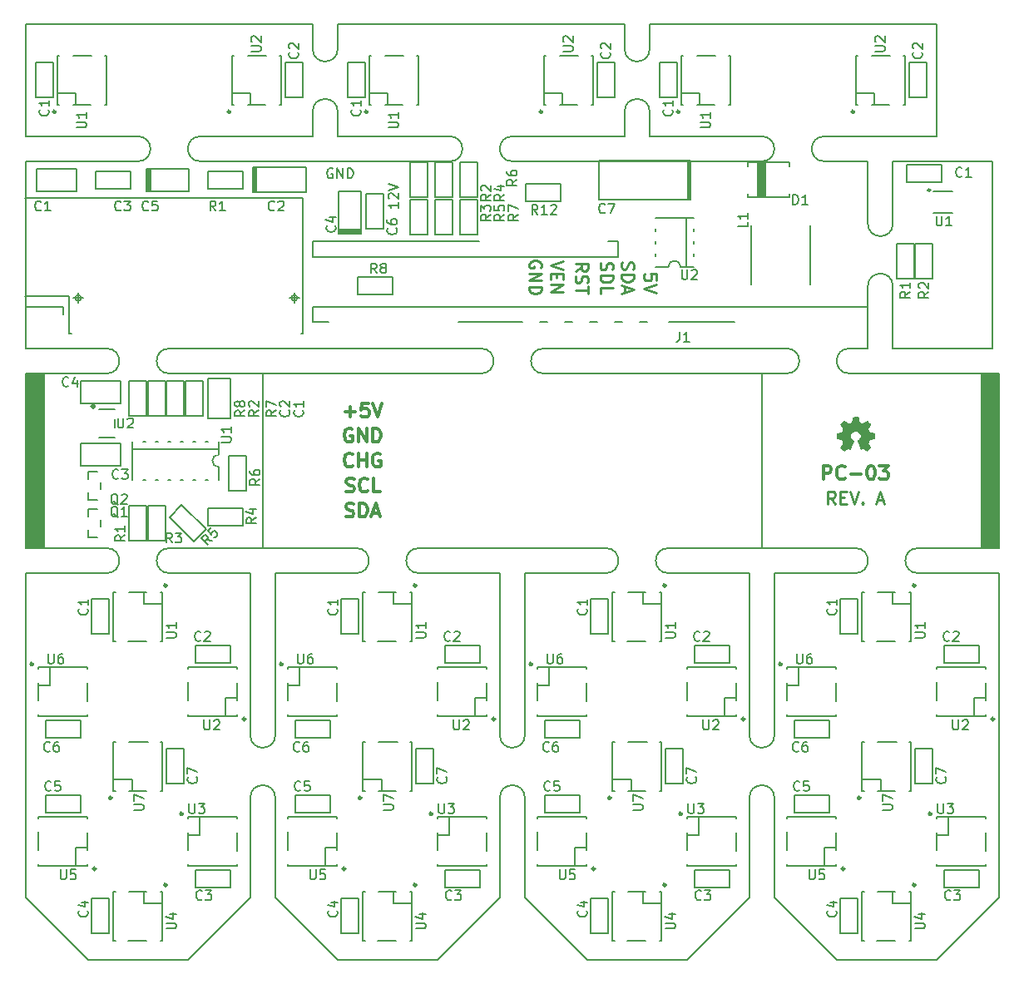
<source format=gto>
G04 #@! TF.FileFunction,Legend,Top*
%FSLAX46Y46*%
G04 Gerber Fmt 4.6, Leading zero omitted, Abs format (unit mm)*
G04 Created by KiCad (PCBNEW (2016-05-03 BZR 6266)-product) date Fri Jul 22 02:33:22 2016*
%MOMM*%
%LPD*%
G01*
G04 APERTURE LIST*
%ADD10C,0.350000*%
%ADD11C,0.150000*%
%ADD12C,0.200000*%
%ADD13C,0.254000*%
%ADD14C,0.304800*%
%ADD15C,0.300000*%
%ADD16C,0.180000*%
%ADD17C,0.002540*%
%ADD18C,0.177800*%
%ADD19C,0.203200*%
G04 APERTURE END LIST*
D10*
D11*
X177800000Y-71755000D02*
G75*
G03X180340000Y-71755000I1270000J0D01*
G01*
X180340000Y-65405000D02*
X180340000Y-71755000D01*
X180340000Y-78105000D02*
X180340000Y-84455000D01*
X173355000Y-65405000D02*
X177800000Y-65405000D01*
X103505000Y-65405000D02*
X92075000Y-65405000D01*
X141605000Y-65405000D02*
X167005000Y-65405000D01*
X109855000Y-65405000D02*
X135255000Y-65405000D01*
X100330000Y-84455000D02*
X92075000Y-84455000D01*
X138430000Y-84455000D02*
X106680000Y-84455000D01*
X169545000Y-84455000D02*
X144780000Y-84455000D01*
X177800000Y-84455000D02*
X175895000Y-84455000D01*
X177800000Y-78105000D02*
X177800000Y-84455000D01*
X177800000Y-65405000D02*
X177800000Y-71755000D01*
X180340000Y-78105000D02*
G75*
G03X177800000Y-78105000I-1270000J0D01*
G01*
X151130000Y-107315000D02*
X142875000Y-107315000D01*
X155575000Y-51435000D02*
X155575000Y-53975000D01*
X153035000Y-51435000D02*
X153035000Y-53975000D01*
X135255000Y-62865000D02*
X123825000Y-62865000D01*
X153035000Y-62865000D02*
X141605000Y-62865000D01*
X153035000Y-60325000D02*
X153035000Y-62865000D01*
X155575000Y-62865000D02*
X155575000Y-60325000D01*
X167005000Y-62865000D02*
X155575000Y-62865000D01*
X184785000Y-62865000D02*
X173355000Y-62865000D01*
X123825000Y-53975000D02*
X123825000Y-51435000D01*
X121285000Y-53975000D02*
X121285000Y-51435000D01*
X123825000Y-60325000D02*
X123825000Y-62865000D01*
X121285000Y-62865000D02*
X121285000Y-60325000D01*
X109855000Y-62865000D02*
X121285000Y-62865000D01*
X92075000Y-62865000D02*
X103505000Y-62865000D01*
X123825000Y-60325000D02*
G75*
G03X121285000Y-60325000I-1270000J0D01*
G01*
X121285000Y-53975000D02*
G75*
G03X123825000Y-53975000I1270000J0D01*
G01*
X153035000Y-53975000D02*
G75*
G03X155575000Y-53975000I1270000J0D01*
G01*
X155575000Y-60325000D02*
G75*
G03X153035000Y-60325000I-1270000J0D01*
G01*
X173355000Y-62865000D02*
G75*
G03X173355000Y-65405000I0J-1270000D01*
G01*
X167005000Y-65405000D02*
G75*
G03X167005000Y-62865000I0J1270000D01*
G01*
X141605000Y-62865000D02*
G75*
G03X141605000Y-65405000I0J-1270000D01*
G01*
X135255000Y-65405000D02*
G75*
G03X135255000Y-62865000I0J1270000D01*
G01*
X109855000Y-62865000D02*
G75*
G03X109855000Y-65405000I0J-1270000D01*
G01*
X103505000Y-65405000D02*
G75*
G03X103505000Y-62865000I0J1270000D01*
G01*
X100330000Y-86995000D02*
G75*
G03X100330000Y-84455000I0J1270000D01*
G01*
X106680000Y-84455000D02*
G75*
G03X106680000Y-86995000I0J-1270000D01*
G01*
X138430000Y-86995000D02*
G75*
G03X138430000Y-84455000I0J1270000D01*
G01*
X144780000Y-84455000D02*
G75*
G03X144780000Y-86995000I0J-1270000D01*
G01*
X169545000Y-86995000D02*
G75*
G03X169545000Y-84455000I0J1270000D01*
G01*
X175895000Y-84455000D02*
G75*
G03X175895000Y-86995000I0J-1270000D01*
G01*
X175895000Y-86995000D02*
X191135000Y-86995000D01*
X144780000Y-86995000D02*
X169545000Y-86995000D01*
X106680000Y-86995000D02*
X138430000Y-86995000D01*
X92075000Y-86995000D02*
X100330000Y-86995000D01*
X100330000Y-107315000D02*
X92075000Y-107315000D01*
X114935000Y-107315000D02*
X106680000Y-107315000D01*
X125730000Y-107315000D02*
X117475000Y-107315000D01*
X140335000Y-107315000D02*
X132080000Y-107315000D01*
X165735000Y-107315000D02*
X157480000Y-107315000D01*
X100330000Y-104775000D02*
X92075000Y-104775000D01*
X125730000Y-104775000D02*
X106680000Y-104775000D01*
X151130000Y-104775000D02*
X132080000Y-104775000D01*
X176530000Y-104775000D02*
X157480000Y-104775000D01*
X176530000Y-107315000D02*
X168275000Y-107315000D01*
X182880000Y-107315000D02*
X191135000Y-107315000D01*
X191135000Y-104775000D02*
X182880000Y-104775000D01*
X182880000Y-104775000D02*
G75*
G03X182880000Y-107315000I0J-1270000D01*
G01*
X176530000Y-107315000D02*
G75*
G03X176530000Y-104775000I0J1270000D01*
G01*
X157480000Y-104775000D02*
G75*
G03X157480000Y-107315000I0J-1270000D01*
G01*
X151130000Y-107315000D02*
G75*
G03X151130000Y-104775000I0J1270000D01*
G01*
X132080000Y-104775000D02*
G75*
G03X132080000Y-107315000I0J-1270000D01*
G01*
X125730000Y-107315000D02*
G75*
G03X125730000Y-104775000I0J1270000D01*
G01*
X100330000Y-107315000D02*
G75*
G03X100330000Y-104775000I0J1270000D01*
G01*
X106680000Y-104775000D02*
G75*
G03X106680000Y-107315000I0J-1270000D01*
G01*
X140335000Y-123825000D02*
G75*
G03X142875000Y-123825000I1270000J0D01*
G01*
X165735000Y-123825000D02*
G75*
G03X168275000Y-123825000I1270000J0D01*
G01*
X168275000Y-130175000D02*
G75*
G03X165735000Y-130175000I-1270000J0D01*
G01*
X142875000Y-130175000D02*
G75*
G03X140335000Y-130175000I-1270000J0D01*
G01*
X117475000Y-130175000D02*
G75*
G03X114935000Y-130175000I-1270000J0D01*
G01*
X114935000Y-123825000D02*
G75*
G03X117475000Y-123825000I1270000J0D01*
G01*
X140335000Y-107315000D02*
X140335000Y-123825000D01*
X142875000Y-123825000D02*
X142875000Y-107315000D01*
X165735000Y-107315000D02*
X165735000Y-123825000D01*
X168275000Y-123825000D02*
X168275000Y-107315000D01*
X168275000Y-130175000D02*
X168275000Y-140335000D01*
X165735000Y-140335000D02*
X165735000Y-130175000D01*
X142875000Y-140335000D02*
X142875000Y-130175000D01*
X140335000Y-130175000D02*
X140335000Y-140335000D01*
X117475000Y-107315000D02*
X117475000Y-123825000D01*
X114935000Y-123825000D02*
X114935000Y-107315000D01*
X117475000Y-130175000D02*
X117475000Y-140335000D01*
X114935000Y-140335000D02*
X114935000Y-130175000D01*
X184785000Y-62865000D02*
X184785000Y-51435000D01*
X184785000Y-51435000D02*
X155575000Y-51435000D01*
X121285000Y-51435000D02*
X92075000Y-51435000D01*
X92075000Y-51435000D02*
X92075000Y-62865000D01*
X142875000Y-140335000D02*
X149225000Y-146685000D01*
X165735000Y-140335000D02*
X159385000Y-146685000D01*
X159385000Y-146685000D02*
X149225000Y-146685000D01*
X191135000Y-107315000D02*
X191135000Y-140335000D01*
X184785000Y-146685000D02*
X174625000Y-146685000D01*
X191135000Y-140335000D02*
X184785000Y-146685000D01*
X168275000Y-140335000D02*
X174625000Y-146685000D01*
X117475000Y-140335000D02*
X123825000Y-146685000D01*
X140335000Y-140335000D02*
X133985000Y-146685000D01*
X133985000Y-146685000D02*
X123825000Y-146685000D01*
D12*
X167005000Y-104775000D02*
X167005000Y-86995000D01*
X116205000Y-104775000D02*
X116205000Y-86995000D01*
D13*
X174473810Y-100269524D02*
X174050477Y-99664762D01*
X173748096Y-100269524D02*
X173748096Y-98999524D01*
X174231905Y-98999524D01*
X174352858Y-99060000D01*
X174413334Y-99120476D01*
X174473810Y-99241429D01*
X174473810Y-99422857D01*
X174413334Y-99543810D01*
X174352858Y-99604286D01*
X174231905Y-99664762D01*
X173748096Y-99664762D01*
X175018096Y-99604286D02*
X175441429Y-99604286D01*
X175622858Y-100269524D02*
X175018096Y-100269524D01*
X175018096Y-98999524D01*
X175622858Y-98999524D01*
X175985715Y-98999524D02*
X176409049Y-100269524D01*
X176832382Y-98999524D01*
X177255715Y-100148571D02*
X177316191Y-100209048D01*
X177255715Y-100269524D01*
X177195239Y-100209048D01*
X177255715Y-100148571D01*
X177255715Y-100269524D01*
X178767620Y-99906667D02*
X179372382Y-99906667D01*
X178646667Y-100269524D02*
X179070001Y-98999524D01*
X179493334Y-100269524D01*
D14*
X173270334Y-97786976D02*
X173270334Y-96389976D01*
X173802525Y-96389976D01*
X173935572Y-96456500D01*
X174002096Y-96523024D01*
X174068620Y-96656071D01*
X174068620Y-96855643D01*
X174002096Y-96988690D01*
X173935572Y-97055214D01*
X173802525Y-97121738D01*
X173270334Y-97121738D01*
X175465620Y-97653929D02*
X175399096Y-97720452D01*
X175199525Y-97786976D01*
X175066477Y-97786976D01*
X174866905Y-97720452D01*
X174733858Y-97587405D01*
X174667334Y-97454357D01*
X174600810Y-97188262D01*
X174600810Y-96988690D01*
X174667334Y-96722595D01*
X174733858Y-96589548D01*
X174866905Y-96456500D01*
X175066477Y-96389976D01*
X175199525Y-96389976D01*
X175399096Y-96456500D01*
X175465620Y-96523024D01*
X176064334Y-97254786D02*
X177128715Y-97254786D01*
X178060048Y-96389976D02*
X178193096Y-96389976D01*
X178326144Y-96456500D01*
X178392667Y-96523024D01*
X178459191Y-96656071D01*
X178525715Y-96922167D01*
X178525715Y-97254786D01*
X178459191Y-97520881D01*
X178392667Y-97653929D01*
X178326144Y-97720452D01*
X178193096Y-97786976D01*
X178060048Y-97786976D01*
X177927001Y-97720452D01*
X177860477Y-97653929D01*
X177793953Y-97520881D01*
X177727429Y-97254786D01*
X177727429Y-96922167D01*
X177793953Y-96656071D01*
X177860477Y-96523024D01*
X177927001Y-96456500D01*
X178060048Y-96389976D01*
X178991381Y-96389976D02*
X179856191Y-96389976D01*
X179390524Y-96922167D01*
X179590096Y-96922167D01*
X179723143Y-96988690D01*
X179789667Y-97055214D01*
X179856191Y-97188262D01*
X179856191Y-97520881D01*
X179789667Y-97653929D01*
X179723143Y-97720452D01*
X179590096Y-97786976D01*
X179190953Y-97786976D01*
X179057905Y-97720452D01*
X178991381Y-97653929D01*
D15*
X124668643Y-101530452D02*
X124868215Y-101596976D01*
X125200834Y-101596976D01*
X125333881Y-101530452D01*
X125400405Y-101463929D01*
X125466929Y-101330881D01*
X125466929Y-101197833D01*
X125400405Y-101064786D01*
X125333881Y-100998262D01*
X125200834Y-100931738D01*
X124934738Y-100865214D01*
X124801691Y-100798690D01*
X124735167Y-100732167D01*
X124668643Y-100599119D01*
X124668643Y-100466071D01*
X124735167Y-100333024D01*
X124801691Y-100266500D01*
X124934738Y-100199976D01*
X125267358Y-100199976D01*
X125466929Y-100266500D01*
X126065643Y-101596976D02*
X126065643Y-100199976D01*
X126398262Y-100199976D01*
X126597834Y-100266500D01*
X126730881Y-100399548D01*
X126797405Y-100532595D01*
X126863929Y-100798690D01*
X126863929Y-100998262D01*
X126797405Y-101264357D01*
X126730881Y-101397405D01*
X126597834Y-101530452D01*
X126398262Y-101596976D01*
X126065643Y-101596976D01*
X127396119Y-101197833D02*
X128061357Y-101197833D01*
X127263072Y-101596976D02*
X127728738Y-100199976D01*
X128194405Y-101596976D01*
X124701905Y-98990452D02*
X124901477Y-99056976D01*
X125234096Y-99056976D01*
X125367143Y-98990452D01*
X125433667Y-98923929D01*
X125500191Y-98790881D01*
X125500191Y-98657833D01*
X125433667Y-98524786D01*
X125367143Y-98458262D01*
X125234096Y-98391738D01*
X124968000Y-98325214D01*
X124834953Y-98258690D01*
X124768429Y-98192167D01*
X124701905Y-98059119D01*
X124701905Y-97926071D01*
X124768429Y-97793024D01*
X124834953Y-97726500D01*
X124968000Y-97659976D01*
X125300620Y-97659976D01*
X125500191Y-97726500D01*
X126897191Y-98923929D02*
X126830667Y-98990452D01*
X126631096Y-99056976D01*
X126498048Y-99056976D01*
X126298476Y-98990452D01*
X126165429Y-98857405D01*
X126098905Y-98724357D01*
X126032381Y-98458262D01*
X126032381Y-98258690D01*
X126098905Y-97992595D01*
X126165429Y-97859548D01*
X126298476Y-97726500D01*
X126498048Y-97659976D01*
X126631096Y-97659976D01*
X126830667Y-97726500D01*
X126897191Y-97793024D01*
X128161143Y-99056976D02*
X127495905Y-99056976D01*
X127495905Y-97659976D01*
X125367143Y-96383929D02*
X125300619Y-96450452D01*
X125101048Y-96516976D01*
X124968000Y-96516976D01*
X124768428Y-96450452D01*
X124635381Y-96317405D01*
X124568857Y-96184357D01*
X124502333Y-95918262D01*
X124502333Y-95718690D01*
X124568857Y-95452595D01*
X124635381Y-95319548D01*
X124768428Y-95186500D01*
X124968000Y-95119976D01*
X125101048Y-95119976D01*
X125300619Y-95186500D01*
X125367143Y-95253024D01*
X125965857Y-96516976D02*
X125965857Y-95119976D01*
X125965857Y-95785214D02*
X126764143Y-95785214D01*
X126764143Y-96516976D02*
X126764143Y-95119976D01*
X128161143Y-95186500D02*
X128028095Y-95119976D01*
X127828524Y-95119976D01*
X127628952Y-95186500D01*
X127495905Y-95319548D01*
X127429381Y-95452595D01*
X127362857Y-95718690D01*
X127362857Y-95918262D01*
X127429381Y-96184357D01*
X127495905Y-96317405D01*
X127628952Y-96450452D01*
X127828524Y-96516976D01*
X127961572Y-96516976D01*
X128161143Y-96450452D01*
X128227667Y-96383929D01*
X128227667Y-95918262D01*
X127961572Y-95918262D01*
X125300619Y-92646500D02*
X125167571Y-92579976D01*
X124968000Y-92579976D01*
X124768428Y-92646500D01*
X124635381Y-92779548D01*
X124568857Y-92912595D01*
X124502333Y-93178690D01*
X124502333Y-93378262D01*
X124568857Y-93644357D01*
X124635381Y-93777405D01*
X124768428Y-93910452D01*
X124968000Y-93976976D01*
X125101048Y-93976976D01*
X125300619Y-93910452D01*
X125367143Y-93843929D01*
X125367143Y-93378262D01*
X125101048Y-93378262D01*
X125965857Y-93976976D02*
X125965857Y-92579976D01*
X126764143Y-93976976D01*
X126764143Y-92579976D01*
X127429381Y-93976976D02*
X127429381Y-92579976D01*
X127762000Y-92579976D01*
X127961572Y-92646500D01*
X128094619Y-92779548D01*
X128161143Y-92912595D01*
X128227667Y-93178690D01*
X128227667Y-93378262D01*
X128161143Y-93644357D01*
X128094619Y-93777405D01*
X127961572Y-93910452D01*
X127762000Y-93976976D01*
X127429381Y-93976976D01*
X124568857Y-90904786D02*
X125633238Y-90904786D01*
X125101048Y-91436976D02*
X125101048Y-90372595D01*
X126963714Y-90039976D02*
X126298476Y-90039976D01*
X126231952Y-90705214D01*
X126298476Y-90638690D01*
X126431524Y-90572167D01*
X126764143Y-90572167D01*
X126897190Y-90638690D01*
X126963714Y-90705214D01*
X127030238Y-90838262D01*
X127030238Y-91170881D01*
X126963714Y-91303929D01*
X126897190Y-91370452D01*
X126764143Y-91436976D01*
X126431524Y-91436976D01*
X126298476Y-91370452D01*
X126231952Y-91303929D01*
X127429381Y-90039976D02*
X127895047Y-91436976D01*
X128360714Y-90039976D01*
D11*
X92075000Y-86995000D02*
X92075000Y-104775000D01*
X191135000Y-104775000D02*
X191135000Y-86995000D01*
X92075000Y-140335000D02*
X92075000Y-107315000D01*
X108585000Y-146685000D02*
X98425000Y-146685000D01*
X114935000Y-140335000D02*
X108585000Y-146685000D01*
X92075000Y-140335000D02*
X98425000Y-146685000D01*
X153035000Y-51435000D02*
X123825000Y-51435000D01*
D13*
X144526000Y-76218143D02*
X144586476Y-76097191D01*
X144586476Y-75915762D01*
X144526000Y-75734334D01*
X144405048Y-75613381D01*
X144284095Y-75552905D01*
X144042190Y-75492429D01*
X143860762Y-75492429D01*
X143618857Y-75552905D01*
X143497905Y-75613381D01*
X143376952Y-75734334D01*
X143316476Y-75915762D01*
X143316476Y-76036714D01*
X143376952Y-76218143D01*
X143437429Y-76278619D01*
X143860762Y-76278619D01*
X143860762Y-76036714D01*
X143316476Y-76822905D02*
X144586476Y-76822905D01*
X143316476Y-77548619D01*
X144586476Y-77548619D01*
X143316476Y-78153381D02*
X144586476Y-78153381D01*
X144586476Y-78455762D01*
X144526000Y-78637190D01*
X144405048Y-78758143D01*
X144284095Y-78818619D01*
X144042190Y-78879095D01*
X143860762Y-78879095D01*
X143618857Y-78818619D01*
X143497905Y-78758143D01*
X143376952Y-78637190D01*
X143316476Y-78455762D01*
X143316476Y-78153381D01*
X146745476Y-75546857D02*
X145475476Y-75970191D01*
X146745476Y-76393524D01*
X146140714Y-76816857D02*
X146140714Y-77240190D01*
X145475476Y-77421619D02*
X145475476Y-76816857D01*
X146745476Y-76816857D01*
X146745476Y-77421619D01*
X145475476Y-77965905D02*
X146745476Y-77965905D01*
X145475476Y-78691619D01*
X146745476Y-78691619D01*
X148015476Y-76574952D02*
X148620238Y-76151619D01*
X148015476Y-75849238D02*
X149285476Y-75849238D01*
X149285476Y-76333047D01*
X149225000Y-76454000D01*
X149164524Y-76514476D01*
X149043571Y-76574952D01*
X148862143Y-76574952D01*
X148741190Y-76514476D01*
X148680714Y-76454000D01*
X148620238Y-76333047D01*
X148620238Y-75849238D01*
X148075952Y-77058762D02*
X148015476Y-77240190D01*
X148015476Y-77542571D01*
X148075952Y-77663524D01*
X148136429Y-77724000D01*
X148257381Y-77784476D01*
X148378333Y-77784476D01*
X148499286Y-77724000D01*
X148559762Y-77663524D01*
X148620238Y-77542571D01*
X148680714Y-77300667D01*
X148741190Y-77179714D01*
X148801667Y-77119238D01*
X148922619Y-77058762D01*
X149043571Y-77058762D01*
X149164524Y-77119238D01*
X149225000Y-77179714D01*
X149285476Y-77300667D01*
X149285476Y-77603047D01*
X149225000Y-77784476D01*
X149285476Y-78147333D02*
X149285476Y-78873048D01*
X148015476Y-78510191D02*
X149285476Y-78510191D01*
X150615952Y-75728286D02*
X150555476Y-75909714D01*
X150555476Y-76212095D01*
X150615952Y-76333048D01*
X150676429Y-76393524D01*
X150797381Y-76454000D01*
X150918333Y-76454000D01*
X151039286Y-76393524D01*
X151099762Y-76333048D01*
X151160238Y-76212095D01*
X151220714Y-75970191D01*
X151281190Y-75849238D01*
X151341667Y-75788762D01*
X151462619Y-75728286D01*
X151583571Y-75728286D01*
X151704524Y-75788762D01*
X151765000Y-75849238D01*
X151825476Y-75970191D01*
X151825476Y-76272571D01*
X151765000Y-76454000D01*
X150555476Y-76998286D02*
X151825476Y-76998286D01*
X151825476Y-77300667D01*
X151765000Y-77482095D01*
X151644048Y-77603048D01*
X151523095Y-77663524D01*
X151281190Y-77724000D01*
X151099762Y-77724000D01*
X150857857Y-77663524D01*
X150736905Y-77603048D01*
X150615952Y-77482095D01*
X150555476Y-77300667D01*
X150555476Y-76998286D01*
X150555476Y-78873048D02*
X150555476Y-78268286D01*
X151825476Y-78268286D01*
X152774952Y-75667810D02*
X152714476Y-75849238D01*
X152714476Y-76151619D01*
X152774952Y-76272572D01*
X152835429Y-76333048D01*
X152956381Y-76393524D01*
X153077333Y-76393524D01*
X153198286Y-76333048D01*
X153258762Y-76272572D01*
X153319238Y-76151619D01*
X153379714Y-75909715D01*
X153440190Y-75788762D01*
X153500667Y-75728286D01*
X153621619Y-75667810D01*
X153742571Y-75667810D01*
X153863524Y-75728286D01*
X153924000Y-75788762D01*
X153984476Y-75909715D01*
X153984476Y-76212095D01*
X153924000Y-76393524D01*
X152714476Y-76937810D02*
X153984476Y-76937810D01*
X153984476Y-77240191D01*
X153924000Y-77421619D01*
X153803048Y-77542572D01*
X153682095Y-77603048D01*
X153440190Y-77663524D01*
X153258762Y-77663524D01*
X153016857Y-77603048D01*
X152895905Y-77542572D01*
X152774952Y-77421619D01*
X152714476Y-77240191D01*
X152714476Y-76937810D01*
X153077333Y-78147334D02*
X153077333Y-78752096D01*
X152714476Y-78026381D02*
X153984476Y-78449715D01*
X152714476Y-78873048D01*
X156270476Y-77476048D02*
X156270476Y-76871286D01*
X155665714Y-76810810D01*
X155726190Y-76871286D01*
X155786667Y-76992238D01*
X155786667Y-77294619D01*
X155726190Y-77415572D01*
X155665714Y-77476048D01*
X155544762Y-77536524D01*
X155242381Y-77536524D01*
X155121429Y-77476048D01*
X155060952Y-77415572D01*
X155000476Y-77294619D01*
X155000476Y-76992238D01*
X155060952Y-76871286D01*
X155121429Y-76810810D01*
X156270476Y-77899381D02*
X155000476Y-78322715D01*
X156270476Y-78746048D01*
D12*
X145161000Y-81762600D02*
X144399000Y-81762600D01*
X147701000Y-81762600D02*
X146939000Y-81762600D01*
X150241000Y-81762600D02*
X149479000Y-81762600D01*
X152781000Y-81762600D02*
X152019000Y-81762600D01*
X155321000Y-81762600D02*
X154559000Y-81762600D01*
X121285000Y-73533000D02*
X121285000Y-75107800D01*
X138201400Y-73533000D02*
X121285000Y-73533000D01*
X152400000Y-73533000D02*
X151358600Y-73533000D01*
X152400000Y-75107800D02*
X152400000Y-73533000D01*
X121285000Y-75107800D02*
X152400000Y-75107800D01*
X95885000Y-80187800D02*
X95885000Y-81000600D01*
X121285000Y-81762600D02*
X121285000Y-80187800D01*
X122936000Y-81762600D02*
X121285000Y-81762600D01*
X142621000Y-81762600D02*
X136118600Y-81762600D01*
X164236400Y-81762600D02*
X157505400Y-81762600D01*
X177800000Y-80187800D02*
X121285000Y-80187800D01*
X92075000Y-80187800D02*
X95885000Y-80187800D01*
D11*
X92075000Y-84455000D02*
X92075000Y-65405000D01*
X190500000Y-65405000D02*
X180340000Y-65405000D01*
X190500000Y-84455000D02*
X190500000Y-65405000D01*
X180340000Y-84455000D02*
X190500000Y-84455000D01*
D16*
X178470000Y-59650000D02*
X178470000Y-58450000D01*
X178470000Y-58450000D02*
X176570000Y-58450000D01*
D15*
X176370000Y-60350000D02*
G75*
G03X176370000Y-60350000I-100000J0D01*
G01*
D16*
X181370000Y-59650000D02*
X181570000Y-59650000D01*
X181570000Y-59650000D02*
X181570000Y-54650000D01*
X181570000Y-54650000D02*
X181370000Y-54650000D01*
X178170000Y-59650000D02*
X179970000Y-59650000D01*
X176570000Y-54650000D02*
X176570000Y-59650000D01*
X176570000Y-59650000D02*
X176770000Y-59650000D01*
X176570000Y-54650000D02*
X176770000Y-54650000D01*
X180070000Y-54650000D02*
X178170000Y-54650000D01*
X183769000Y-55372000D02*
X183769000Y-58928000D01*
X183769000Y-58928000D02*
X181991000Y-58928000D01*
X181991000Y-58928000D02*
X181991000Y-55372000D01*
X181991000Y-55372000D02*
X183769000Y-55372000D01*
X158369000Y-55372000D02*
X158369000Y-58928000D01*
X158369000Y-58928000D02*
X156591000Y-58928000D01*
X156591000Y-58928000D02*
X156591000Y-55372000D01*
X156591000Y-55372000D02*
X158369000Y-55372000D01*
X160690000Y-59650000D02*
X160690000Y-58450000D01*
X160690000Y-58450000D02*
X158790000Y-58450000D01*
D15*
X158590000Y-60350000D02*
G75*
G03X158590000Y-60350000I-100000J0D01*
G01*
D16*
X163590000Y-59650000D02*
X163790000Y-59650000D01*
X163790000Y-59650000D02*
X163790000Y-54650000D01*
X163790000Y-54650000D02*
X163590000Y-54650000D01*
X160390000Y-59650000D02*
X162190000Y-59650000D01*
X158790000Y-54650000D02*
X158790000Y-59650000D01*
X158790000Y-59650000D02*
X158990000Y-59650000D01*
X158790000Y-54650000D02*
X158990000Y-54650000D01*
X162290000Y-54650000D02*
X160390000Y-54650000D01*
X114970000Y-59650000D02*
X114970000Y-58450000D01*
X114970000Y-58450000D02*
X113070000Y-58450000D01*
D15*
X112870000Y-60350000D02*
G75*
G03X112870000Y-60350000I-100000J0D01*
G01*
D16*
X117870000Y-59650000D02*
X118070000Y-59650000D01*
X118070000Y-59650000D02*
X118070000Y-54650000D01*
X118070000Y-54650000D02*
X117870000Y-54650000D01*
X114670000Y-59650000D02*
X116470000Y-59650000D01*
X113070000Y-54650000D02*
X113070000Y-59650000D01*
X113070000Y-59650000D02*
X113270000Y-59650000D01*
X113070000Y-54650000D02*
X113270000Y-54650000D01*
X116570000Y-54650000D02*
X114670000Y-54650000D01*
X120269000Y-55372000D02*
X120269000Y-58928000D01*
X120269000Y-58928000D02*
X118491000Y-58928000D01*
X118491000Y-58928000D02*
X118491000Y-55372000D01*
X118491000Y-55372000D02*
X120269000Y-55372000D01*
X94869000Y-55372000D02*
X94869000Y-58928000D01*
X94869000Y-58928000D02*
X93091000Y-58928000D01*
X93091000Y-58928000D02*
X93091000Y-55372000D01*
X93091000Y-55372000D02*
X94869000Y-55372000D01*
X97190000Y-59650000D02*
X97190000Y-58450000D01*
X97190000Y-58450000D02*
X95290000Y-58450000D01*
D15*
X95090000Y-60350000D02*
G75*
G03X95090000Y-60350000I-100000J0D01*
G01*
D16*
X100090000Y-59650000D02*
X100290000Y-59650000D01*
X100290000Y-59650000D02*
X100290000Y-54650000D01*
X100290000Y-54650000D02*
X100090000Y-54650000D01*
X96890000Y-59650000D02*
X98690000Y-59650000D01*
X95290000Y-54650000D02*
X95290000Y-59650000D01*
X95290000Y-59650000D02*
X95490000Y-59650000D01*
X95290000Y-54650000D02*
X95490000Y-54650000D01*
X98790000Y-54650000D02*
X96890000Y-54650000D01*
X159004000Y-125222000D02*
X159004000Y-128778000D01*
X159004000Y-128778000D02*
X157226000Y-128778000D01*
X157226000Y-128778000D02*
X157226000Y-125222000D01*
X157226000Y-125222000D02*
X159004000Y-125222000D01*
X148463000Y-124079000D02*
X144907000Y-124079000D01*
X144907000Y-124079000D02*
X144907000Y-122301000D01*
X144907000Y-122301000D02*
X148463000Y-122301000D01*
X148463000Y-122301000D02*
X148463000Y-124079000D01*
X144907000Y-129921000D02*
X148463000Y-129921000D01*
X148463000Y-129921000D02*
X148463000Y-131699000D01*
X148463000Y-131699000D02*
X144907000Y-131699000D01*
X144907000Y-131699000D02*
X144907000Y-129921000D01*
X149606000Y-144018000D02*
X149606000Y-140462000D01*
X149606000Y-140462000D02*
X151384000Y-140462000D01*
X151384000Y-140462000D02*
X151384000Y-144018000D01*
X151384000Y-144018000D02*
X149606000Y-144018000D01*
X163703000Y-139319000D02*
X160147000Y-139319000D01*
X160147000Y-139319000D02*
X160147000Y-137541000D01*
X160147000Y-137541000D02*
X163703000Y-137541000D01*
X163703000Y-137541000D02*
X163703000Y-139319000D01*
X160147000Y-114681000D02*
X163703000Y-114681000D01*
X163703000Y-114681000D02*
X163703000Y-116459000D01*
X163703000Y-116459000D02*
X160147000Y-116459000D01*
X160147000Y-116459000D02*
X160147000Y-114681000D01*
X149606000Y-113538000D02*
X149606000Y-109982000D01*
X149606000Y-109982000D02*
X151384000Y-109982000D01*
X151384000Y-109982000D02*
X151384000Y-113538000D01*
X151384000Y-113538000D02*
X149606000Y-113538000D01*
X144185000Y-118780000D02*
X145385000Y-118780000D01*
X145385000Y-118780000D02*
X145385000Y-116880000D01*
D15*
X143585000Y-116580000D02*
G75*
G03X143585000Y-116580000I-100000J0D01*
G01*
D16*
X144185000Y-121680000D02*
X144185000Y-121880000D01*
X144185000Y-121880000D02*
X149185000Y-121880000D01*
X149185000Y-121880000D02*
X149185000Y-121680000D01*
X144185000Y-118480000D02*
X144185000Y-120280000D01*
X149185000Y-116880000D02*
X144185000Y-116880000D01*
X144185000Y-116880000D02*
X144185000Y-117080000D01*
X149185000Y-116880000D02*
X149185000Y-117080000D01*
X149185000Y-120380000D02*
X149185000Y-118480000D01*
X164425000Y-119980000D02*
X163225000Y-119980000D01*
X163225000Y-119980000D02*
X163225000Y-121880000D01*
D15*
X165225000Y-122180000D02*
G75*
G03X165225000Y-122180000I-100000J0D01*
G01*
D16*
X164425000Y-117080000D02*
X164425000Y-116880000D01*
X164425000Y-116880000D02*
X159425000Y-116880000D01*
X159425000Y-116880000D02*
X159425000Y-117080000D01*
X164425000Y-120280000D02*
X164425000Y-118480000D01*
X159425000Y-121880000D02*
X164425000Y-121880000D01*
X164425000Y-121880000D02*
X164425000Y-121680000D01*
X159425000Y-121880000D02*
X159425000Y-121680000D01*
X159425000Y-118380000D02*
X159425000Y-120280000D01*
X154905000Y-109260000D02*
X154905000Y-110460000D01*
X154905000Y-110460000D02*
X156805000Y-110460000D01*
D15*
X157205000Y-108560000D02*
G75*
G03X157205000Y-108560000I-100000J0D01*
G01*
D16*
X152005000Y-109260000D02*
X151805000Y-109260000D01*
X151805000Y-109260000D02*
X151805000Y-114260000D01*
X151805000Y-114260000D02*
X152005000Y-114260000D01*
X155205000Y-109260000D02*
X153405000Y-109260000D01*
X156805000Y-114260000D02*
X156805000Y-109260000D01*
X156805000Y-109260000D02*
X156605000Y-109260000D01*
X156805000Y-114260000D02*
X156605000Y-114260000D01*
X153305000Y-114260000D02*
X155205000Y-114260000D01*
X153705000Y-129500000D02*
X153705000Y-128300000D01*
X153705000Y-128300000D02*
X151805000Y-128300000D01*
D15*
X151605000Y-130200000D02*
G75*
G03X151605000Y-130200000I-100000J0D01*
G01*
D16*
X156605000Y-129500000D02*
X156805000Y-129500000D01*
X156805000Y-129500000D02*
X156805000Y-124500000D01*
X156805000Y-124500000D02*
X156605000Y-124500000D01*
X153405000Y-129500000D02*
X155205000Y-129500000D01*
X151805000Y-124500000D02*
X151805000Y-129500000D01*
X151805000Y-129500000D02*
X152005000Y-129500000D01*
X151805000Y-124500000D02*
X152005000Y-124500000D01*
X155305000Y-124500000D02*
X153405000Y-124500000D01*
X149185000Y-135220000D02*
X147985000Y-135220000D01*
X147985000Y-135220000D02*
X147985000Y-137120000D01*
D15*
X149985000Y-137420000D02*
G75*
G03X149985000Y-137420000I-100000J0D01*
G01*
D16*
X149185000Y-132320000D02*
X149185000Y-132120000D01*
X149185000Y-132120000D02*
X144185000Y-132120000D01*
X144185000Y-132120000D02*
X144185000Y-132320000D01*
X149185000Y-135520000D02*
X149185000Y-133720000D01*
X144185000Y-137120000D02*
X149185000Y-137120000D01*
X149185000Y-137120000D02*
X149185000Y-136920000D01*
X144185000Y-137120000D02*
X144185000Y-136920000D01*
X144185000Y-133620000D02*
X144185000Y-135520000D01*
X154905000Y-139740000D02*
X154905000Y-140940000D01*
X154905000Y-140940000D02*
X156805000Y-140940000D01*
D15*
X157205000Y-139040000D02*
G75*
G03X157205000Y-139040000I-100000J0D01*
G01*
D16*
X152005000Y-139740000D02*
X151805000Y-139740000D01*
X151805000Y-139740000D02*
X151805000Y-144740000D01*
X151805000Y-144740000D02*
X152005000Y-144740000D01*
X155205000Y-139740000D02*
X153405000Y-139740000D01*
X156805000Y-144740000D02*
X156805000Y-139740000D01*
X156805000Y-139740000D02*
X156605000Y-139740000D01*
X156805000Y-144740000D02*
X156605000Y-144740000D01*
X153305000Y-144740000D02*
X155205000Y-144740000D01*
X159425000Y-134020000D02*
X160625000Y-134020000D01*
X160625000Y-134020000D02*
X160625000Y-132120000D01*
D15*
X158825000Y-131820000D02*
G75*
G03X158825000Y-131820000I-100000J0D01*
G01*
D16*
X159425000Y-136920000D02*
X159425000Y-137120000D01*
X159425000Y-137120000D02*
X164425000Y-137120000D01*
X164425000Y-137120000D02*
X164425000Y-136920000D01*
X159425000Y-133720000D02*
X159425000Y-135520000D01*
X164425000Y-132120000D02*
X159425000Y-132120000D01*
X159425000Y-132120000D02*
X159425000Y-132320000D01*
X164425000Y-132120000D02*
X164425000Y-132320000D01*
X164425000Y-135620000D02*
X164425000Y-133720000D01*
X184825000Y-134020000D02*
X186025000Y-134020000D01*
X186025000Y-134020000D02*
X186025000Y-132120000D01*
D15*
X184225000Y-131820000D02*
G75*
G03X184225000Y-131820000I-100000J0D01*
G01*
D16*
X184825000Y-136920000D02*
X184825000Y-137120000D01*
X184825000Y-137120000D02*
X189825000Y-137120000D01*
X189825000Y-137120000D02*
X189825000Y-136920000D01*
X184825000Y-133720000D02*
X184825000Y-135520000D01*
X189825000Y-132120000D02*
X184825000Y-132120000D01*
X184825000Y-132120000D02*
X184825000Y-132320000D01*
X189825000Y-132120000D02*
X189825000Y-132320000D01*
X189825000Y-135620000D02*
X189825000Y-133720000D01*
X180305000Y-139740000D02*
X180305000Y-140940000D01*
X180305000Y-140940000D02*
X182205000Y-140940000D01*
D15*
X182605000Y-139040000D02*
G75*
G03X182605000Y-139040000I-100000J0D01*
G01*
D16*
X177405000Y-139740000D02*
X177205000Y-139740000D01*
X177205000Y-139740000D02*
X177205000Y-144740000D01*
X177205000Y-144740000D02*
X177405000Y-144740000D01*
X180605000Y-139740000D02*
X178805000Y-139740000D01*
X182205000Y-144740000D02*
X182205000Y-139740000D01*
X182205000Y-139740000D02*
X182005000Y-139740000D01*
X182205000Y-144740000D02*
X182005000Y-144740000D01*
X178705000Y-144740000D02*
X180605000Y-144740000D01*
X174585000Y-135220000D02*
X173385000Y-135220000D01*
X173385000Y-135220000D02*
X173385000Y-137120000D01*
D15*
X175385000Y-137420000D02*
G75*
G03X175385000Y-137420000I-100000J0D01*
G01*
D16*
X174585000Y-132320000D02*
X174585000Y-132120000D01*
X174585000Y-132120000D02*
X169585000Y-132120000D01*
X169585000Y-132120000D02*
X169585000Y-132320000D01*
X174585000Y-135520000D02*
X174585000Y-133720000D01*
X169585000Y-137120000D02*
X174585000Y-137120000D01*
X174585000Y-137120000D02*
X174585000Y-136920000D01*
X169585000Y-137120000D02*
X169585000Y-136920000D01*
X169585000Y-133620000D02*
X169585000Y-135520000D01*
X179105000Y-129500000D02*
X179105000Y-128300000D01*
X179105000Y-128300000D02*
X177205000Y-128300000D01*
D15*
X177005000Y-130200000D02*
G75*
G03X177005000Y-130200000I-100000J0D01*
G01*
D16*
X182005000Y-129500000D02*
X182205000Y-129500000D01*
X182205000Y-129500000D02*
X182205000Y-124500000D01*
X182205000Y-124500000D02*
X182005000Y-124500000D01*
X178805000Y-129500000D02*
X180605000Y-129500000D01*
X177205000Y-124500000D02*
X177205000Y-129500000D01*
X177205000Y-129500000D02*
X177405000Y-129500000D01*
X177205000Y-124500000D02*
X177405000Y-124500000D01*
X180705000Y-124500000D02*
X178805000Y-124500000D01*
X180305000Y-109260000D02*
X180305000Y-110460000D01*
X180305000Y-110460000D02*
X182205000Y-110460000D01*
D15*
X182605000Y-108560000D02*
G75*
G03X182605000Y-108560000I-100000J0D01*
G01*
D16*
X177405000Y-109260000D02*
X177205000Y-109260000D01*
X177205000Y-109260000D02*
X177205000Y-114260000D01*
X177205000Y-114260000D02*
X177405000Y-114260000D01*
X180605000Y-109260000D02*
X178805000Y-109260000D01*
X182205000Y-114260000D02*
X182205000Y-109260000D01*
X182205000Y-109260000D02*
X182005000Y-109260000D01*
X182205000Y-114260000D02*
X182005000Y-114260000D01*
X178705000Y-114260000D02*
X180605000Y-114260000D01*
X189825000Y-119980000D02*
X188625000Y-119980000D01*
X188625000Y-119980000D02*
X188625000Y-121880000D01*
D15*
X190625000Y-122180000D02*
G75*
G03X190625000Y-122180000I-100000J0D01*
G01*
D16*
X189825000Y-117080000D02*
X189825000Y-116880000D01*
X189825000Y-116880000D02*
X184825000Y-116880000D01*
X184825000Y-116880000D02*
X184825000Y-117080000D01*
X189825000Y-120280000D02*
X189825000Y-118480000D01*
X184825000Y-121880000D02*
X189825000Y-121880000D01*
X189825000Y-121880000D02*
X189825000Y-121680000D01*
X184825000Y-121880000D02*
X184825000Y-121680000D01*
X184825000Y-118380000D02*
X184825000Y-120280000D01*
X169585000Y-118780000D02*
X170785000Y-118780000D01*
X170785000Y-118780000D02*
X170785000Y-116880000D01*
D15*
X168985000Y-116580000D02*
G75*
G03X168985000Y-116580000I-100000J0D01*
G01*
D16*
X169585000Y-121680000D02*
X169585000Y-121880000D01*
X169585000Y-121880000D02*
X174585000Y-121880000D01*
X174585000Y-121880000D02*
X174585000Y-121680000D01*
X169585000Y-118480000D02*
X169585000Y-120280000D01*
X174585000Y-116880000D02*
X169585000Y-116880000D01*
X169585000Y-116880000D02*
X169585000Y-117080000D01*
X174585000Y-116880000D02*
X174585000Y-117080000D01*
X174585000Y-120380000D02*
X174585000Y-118480000D01*
X175006000Y-113538000D02*
X175006000Y-109982000D01*
X175006000Y-109982000D02*
X176784000Y-109982000D01*
X176784000Y-109982000D02*
X176784000Y-113538000D01*
X176784000Y-113538000D02*
X175006000Y-113538000D01*
X185547000Y-114681000D02*
X189103000Y-114681000D01*
X189103000Y-114681000D02*
X189103000Y-116459000D01*
X189103000Y-116459000D02*
X185547000Y-116459000D01*
X185547000Y-116459000D02*
X185547000Y-114681000D01*
X189103000Y-139319000D02*
X185547000Y-139319000D01*
X185547000Y-139319000D02*
X185547000Y-137541000D01*
X185547000Y-137541000D02*
X189103000Y-137541000D01*
X189103000Y-137541000D02*
X189103000Y-139319000D01*
X175006000Y-144018000D02*
X175006000Y-140462000D01*
X175006000Y-140462000D02*
X176784000Y-140462000D01*
X176784000Y-140462000D02*
X176784000Y-144018000D01*
X176784000Y-144018000D02*
X175006000Y-144018000D01*
X170307000Y-129921000D02*
X173863000Y-129921000D01*
X173863000Y-129921000D02*
X173863000Y-131699000D01*
X173863000Y-131699000D02*
X170307000Y-131699000D01*
X170307000Y-131699000D02*
X170307000Y-129921000D01*
X173863000Y-124079000D02*
X170307000Y-124079000D01*
X170307000Y-124079000D02*
X170307000Y-122301000D01*
X170307000Y-122301000D02*
X173863000Y-122301000D01*
X173863000Y-122301000D02*
X173863000Y-124079000D01*
X184404000Y-125222000D02*
X184404000Y-128778000D01*
X184404000Y-128778000D02*
X182626000Y-128778000D01*
X182626000Y-128778000D02*
X182626000Y-125222000D01*
X182626000Y-125222000D02*
X184404000Y-125222000D01*
X133604000Y-125222000D02*
X133604000Y-128778000D01*
X133604000Y-128778000D02*
X131826000Y-128778000D01*
X131826000Y-128778000D02*
X131826000Y-125222000D01*
X131826000Y-125222000D02*
X133604000Y-125222000D01*
X123063000Y-124079000D02*
X119507000Y-124079000D01*
X119507000Y-124079000D02*
X119507000Y-122301000D01*
X119507000Y-122301000D02*
X123063000Y-122301000D01*
X123063000Y-122301000D02*
X123063000Y-124079000D01*
X119507000Y-129921000D02*
X123063000Y-129921000D01*
X123063000Y-129921000D02*
X123063000Y-131699000D01*
X123063000Y-131699000D02*
X119507000Y-131699000D01*
X119507000Y-131699000D02*
X119507000Y-129921000D01*
X124206000Y-144018000D02*
X124206000Y-140462000D01*
X124206000Y-140462000D02*
X125984000Y-140462000D01*
X125984000Y-140462000D02*
X125984000Y-144018000D01*
X125984000Y-144018000D02*
X124206000Y-144018000D01*
X138303000Y-139319000D02*
X134747000Y-139319000D01*
X134747000Y-139319000D02*
X134747000Y-137541000D01*
X134747000Y-137541000D02*
X138303000Y-137541000D01*
X138303000Y-137541000D02*
X138303000Y-139319000D01*
X134747000Y-114681000D02*
X138303000Y-114681000D01*
X138303000Y-114681000D02*
X138303000Y-116459000D01*
X138303000Y-116459000D02*
X134747000Y-116459000D01*
X134747000Y-116459000D02*
X134747000Y-114681000D01*
X124206000Y-113538000D02*
X124206000Y-109982000D01*
X124206000Y-109982000D02*
X125984000Y-109982000D01*
X125984000Y-109982000D02*
X125984000Y-113538000D01*
X125984000Y-113538000D02*
X124206000Y-113538000D01*
X118785000Y-118780000D02*
X119985000Y-118780000D01*
X119985000Y-118780000D02*
X119985000Y-116880000D01*
D15*
X118185000Y-116580000D02*
G75*
G03X118185000Y-116580000I-100000J0D01*
G01*
D16*
X118785000Y-121680000D02*
X118785000Y-121880000D01*
X118785000Y-121880000D02*
X123785000Y-121880000D01*
X123785000Y-121880000D02*
X123785000Y-121680000D01*
X118785000Y-118480000D02*
X118785000Y-120280000D01*
X123785000Y-116880000D02*
X118785000Y-116880000D01*
X118785000Y-116880000D02*
X118785000Y-117080000D01*
X123785000Y-116880000D02*
X123785000Y-117080000D01*
X123785000Y-120380000D02*
X123785000Y-118480000D01*
X139025000Y-119980000D02*
X137825000Y-119980000D01*
X137825000Y-119980000D02*
X137825000Y-121880000D01*
D15*
X139825000Y-122180000D02*
G75*
G03X139825000Y-122180000I-100000J0D01*
G01*
D16*
X139025000Y-117080000D02*
X139025000Y-116880000D01*
X139025000Y-116880000D02*
X134025000Y-116880000D01*
X134025000Y-116880000D02*
X134025000Y-117080000D01*
X139025000Y-120280000D02*
X139025000Y-118480000D01*
X134025000Y-121880000D02*
X139025000Y-121880000D01*
X139025000Y-121880000D02*
X139025000Y-121680000D01*
X134025000Y-121880000D02*
X134025000Y-121680000D01*
X134025000Y-118380000D02*
X134025000Y-120280000D01*
X129505000Y-109260000D02*
X129505000Y-110460000D01*
X129505000Y-110460000D02*
X131405000Y-110460000D01*
D15*
X131805000Y-108560000D02*
G75*
G03X131805000Y-108560000I-100000J0D01*
G01*
D16*
X126605000Y-109260000D02*
X126405000Y-109260000D01*
X126405000Y-109260000D02*
X126405000Y-114260000D01*
X126405000Y-114260000D02*
X126605000Y-114260000D01*
X129805000Y-109260000D02*
X128005000Y-109260000D01*
X131405000Y-114260000D02*
X131405000Y-109260000D01*
X131405000Y-109260000D02*
X131205000Y-109260000D01*
X131405000Y-114260000D02*
X131205000Y-114260000D01*
X127905000Y-114260000D02*
X129805000Y-114260000D01*
X128305000Y-129500000D02*
X128305000Y-128300000D01*
X128305000Y-128300000D02*
X126405000Y-128300000D01*
D15*
X126205000Y-130200000D02*
G75*
G03X126205000Y-130200000I-100000J0D01*
G01*
D16*
X131205000Y-129500000D02*
X131405000Y-129500000D01*
X131405000Y-129500000D02*
X131405000Y-124500000D01*
X131405000Y-124500000D02*
X131205000Y-124500000D01*
X128005000Y-129500000D02*
X129805000Y-129500000D01*
X126405000Y-124500000D02*
X126405000Y-129500000D01*
X126405000Y-129500000D02*
X126605000Y-129500000D01*
X126405000Y-124500000D02*
X126605000Y-124500000D01*
X129905000Y-124500000D02*
X128005000Y-124500000D01*
X123785000Y-135220000D02*
X122585000Y-135220000D01*
X122585000Y-135220000D02*
X122585000Y-137120000D01*
D15*
X124585000Y-137420000D02*
G75*
G03X124585000Y-137420000I-100000J0D01*
G01*
D16*
X123785000Y-132320000D02*
X123785000Y-132120000D01*
X123785000Y-132120000D02*
X118785000Y-132120000D01*
X118785000Y-132120000D02*
X118785000Y-132320000D01*
X123785000Y-135520000D02*
X123785000Y-133720000D01*
X118785000Y-137120000D02*
X123785000Y-137120000D01*
X123785000Y-137120000D02*
X123785000Y-136920000D01*
X118785000Y-137120000D02*
X118785000Y-136920000D01*
X118785000Y-133620000D02*
X118785000Y-135520000D01*
X129505000Y-139740000D02*
X129505000Y-140940000D01*
X129505000Y-140940000D02*
X131405000Y-140940000D01*
D15*
X131805000Y-139040000D02*
G75*
G03X131805000Y-139040000I-100000J0D01*
G01*
D16*
X126605000Y-139740000D02*
X126405000Y-139740000D01*
X126405000Y-139740000D02*
X126405000Y-144740000D01*
X126405000Y-144740000D02*
X126605000Y-144740000D01*
X129805000Y-139740000D02*
X128005000Y-139740000D01*
X131405000Y-144740000D02*
X131405000Y-139740000D01*
X131405000Y-139740000D02*
X131205000Y-139740000D01*
X131405000Y-144740000D02*
X131205000Y-144740000D01*
X127905000Y-144740000D02*
X129805000Y-144740000D01*
X134025000Y-134020000D02*
X135225000Y-134020000D01*
X135225000Y-134020000D02*
X135225000Y-132120000D01*
D15*
X133425000Y-131820000D02*
G75*
G03X133425000Y-131820000I-100000J0D01*
G01*
D16*
X134025000Y-136920000D02*
X134025000Y-137120000D01*
X134025000Y-137120000D02*
X139025000Y-137120000D01*
X139025000Y-137120000D02*
X139025000Y-136920000D01*
X134025000Y-133720000D02*
X134025000Y-135520000D01*
X139025000Y-132120000D02*
X134025000Y-132120000D01*
X134025000Y-132120000D02*
X134025000Y-132320000D01*
X139025000Y-132120000D02*
X139025000Y-132320000D01*
X139025000Y-135620000D02*
X139025000Y-133720000D01*
X110617000Y-87503000D02*
X110617000Y-91567000D01*
X110617000Y-91567000D02*
X112903000Y-91567000D01*
X112903000Y-91567000D02*
X112903000Y-87503000D01*
X112903000Y-87503000D02*
X110617000Y-87503000D01*
X110109000Y-87757000D02*
X110109000Y-91313000D01*
X110109000Y-91313000D02*
X108331000Y-91313000D01*
X108331000Y-91313000D02*
X108331000Y-87757000D01*
X108331000Y-87757000D02*
X110109000Y-87757000D01*
D15*
X99080000Y-90325000D02*
G75*
G03X99080000Y-90325000I-150000J0D01*
G01*
D16*
X101130000Y-91625000D02*
X101130000Y-92525000D01*
X101130000Y-93525000D02*
X99530000Y-93525000D01*
X101130000Y-90625000D02*
X99530000Y-90625000D01*
X97663000Y-96393000D02*
X101727000Y-96393000D01*
X101727000Y-96393000D02*
X101727000Y-94107000D01*
X101727000Y-94107000D02*
X97663000Y-94107000D01*
X97663000Y-94107000D02*
X97663000Y-96393000D01*
X97663000Y-90043000D02*
X101727000Y-90043000D01*
X101727000Y-90043000D02*
X101727000Y-87757000D01*
X101727000Y-87757000D02*
X97663000Y-87757000D01*
X97663000Y-87757000D02*
X97663000Y-90043000D01*
X98410000Y-103685000D02*
X98410000Y-102885000D01*
X98410000Y-100785000D02*
X98410000Y-101585000D01*
X98410000Y-103685000D02*
X99360000Y-103685000D01*
X98410000Y-100785000D02*
X99360000Y-100785000D01*
X99710000Y-102585000D02*
X99710000Y-101885000D01*
X98410000Y-99875000D02*
X98410000Y-99075000D01*
X98410000Y-96975000D02*
X98410000Y-97775000D01*
X98410000Y-99875000D02*
X99360000Y-99875000D01*
X98410000Y-96975000D02*
X99360000Y-96975000D01*
X99710000Y-98775000D02*
X99710000Y-98075000D01*
D17*
G36*
X175376840Y-94863920D02*
X175397160Y-94853760D01*
X175440340Y-94825820D01*
X175503840Y-94782640D01*
X175580040Y-94734380D01*
X175653700Y-94681040D01*
X175717200Y-94640400D01*
X175760380Y-94612460D01*
X175778160Y-94602300D01*
X175788320Y-94607380D01*
X175823880Y-94622620D01*
X175877220Y-94650560D01*
X175905160Y-94665800D01*
X175953420Y-94686120D01*
X175978820Y-94691200D01*
X175981360Y-94683580D01*
X175999140Y-94648020D01*
X176027080Y-94584520D01*
X176062640Y-94503240D01*
X176103280Y-94406720D01*
X176149000Y-94302580D01*
X176192180Y-94195900D01*
X176235360Y-94094300D01*
X176270920Y-94002860D01*
X176301400Y-93929200D01*
X176321720Y-93878400D01*
X176329340Y-93855540D01*
X176326800Y-93850460D01*
X176301400Y-93827600D01*
X176260760Y-93797120D01*
X176171860Y-93723460D01*
X176080420Y-93611700D01*
X176027080Y-93484700D01*
X176009300Y-93345000D01*
X176024540Y-93218000D01*
X176075340Y-93091000D01*
X176161700Y-92979240D01*
X176268380Y-92895420D01*
X176392840Y-92844620D01*
X176530000Y-92826840D01*
X176662080Y-92842080D01*
X176789080Y-92892880D01*
X176900840Y-92976700D01*
X176949100Y-93032580D01*
X177015140Y-93146880D01*
X177050700Y-93268800D01*
X177055780Y-93299280D01*
X177050700Y-93431360D01*
X177010060Y-93558360D01*
X176938940Y-93672660D01*
X176842420Y-93766640D01*
X176829720Y-93776800D01*
X176784000Y-93809820D01*
X176753520Y-93835220D01*
X176730660Y-93853000D01*
X176900840Y-94264480D01*
X176928780Y-94327980D01*
X176974500Y-94439740D01*
X177015140Y-94536260D01*
X177048160Y-94615000D01*
X177071020Y-94665800D01*
X177081180Y-94686120D01*
X177081180Y-94688660D01*
X177096420Y-94691200D01*
X177129440Y-94678500D01*
X177185320Y-94650560D01*
X177223420Y-94632780D01*
X177266600Y-94609920D01*
X177286920Y-94602300D01*
X177302160Y-94612460D01*
X177345340Y-94637860D01*
X177406300Y-94678500D01*
X177479960Y-94729300D01*
X177548540Y-94777560D01*
X177614580Y-94820740D01*
X177660300Y-94848680D01*
X177683160Y-94861380D01*
X177685700Y-94861380D01*
X177706020Y-94851220D01*
X177744120Y-94820740D01*
X177800000Y-94767400D01*
X177878740Y-94688660D01*
X177891440Y-94675960D01*
X177954940Y-94609920D01*
X178008280Y-94554040D01*
X178043840Y-94515940D01*
X178056540Y-94498160D01*
X178056540Y-94498160D01*
X178043840Y-94475300D01*
X178015900Y-94429580D01*
X177972720Y-94363540D01*
X177921920Y-94287340D01*
X177784760Y-94089220D01*
X177858420Y-93903800D01*
X177881280Y-93847920D01*
X177911760Y-93776800D01*
X177932080Y-93728540D01*
X177944780Y-93705680D01*
X177965100Y-93700600D01*
X178015900Y-93687900D01*
X178089560Y-93672660D01*
X178178460Y-93654880D01*
X178262280Y-93639640D01*
X178338480Y-93626940D01*
X178391820Y-93614240D01*
X178417220Y-93609160D01*
X178422300Y-93606620D01*
X178427380Y-93593920D01*
X178429920Y-93568520D01*
X178432460Y-93522800D01*
X178432460Y-93451680D01*
X178432460Y-93345000D01*
X178432460Y-93337380D01*
X178432460Y-93235780D01*
X178429920Y-93157040D01*
X178427380Y-93103700D01*
X178424840Y-93083380D01*
X178424840Y-93083380D01*
X178401980Y-93075760D01*
X178346100Y-93065600D01*
X178272440Y-93050360D01*
X178181000Y-93032580D01*
X178175920Y-93032580D01*
X178084480Y-93014800D01*
X178010820Y-92999560D01*
X177957480Y-92986860D01*
X177934620Y-92979240D01*
X177929540Y-92974160D01*
X177911760Y-92938600D01*
X177886360Y-92882720D01*
X177855880Y-92814140D01*
X177827940Y-92743020D01*
X177800000Y-92679520D01*
X177784760Y-92633800D01*
X177779680Y-92610940D01*
X177779680Y-92610940D01*
X177792380Y-92588080D01*
X177822860Y-92542360D01*
X177868580Y-92476320D01*
X177919380Y-92400120D01*
X177924460Y-92395040D01*
X177975260Y-92318840D01*
X178018440Y-92255340D01*
X178046380Y-92209620D01*
X178056540Y-92186760D01*
X178056540Y-92186760D01*
X178038760Y-92163900D01*
X178000660Y-92120720D01*
X177944780Y-92062300D01*
X177878740Y-91996260D01*
X177855880Y-91973400D01*
X177782220Y-91902280D01*
X177731420Y-91854020D01*
X177698400Y-91828620D01*
X177683160Y-91823540D01*
X177683160Y-91823540D01*
X177660300Y-91838780D01*
X177612040Y-91869260D01*
X177546000Y-91914980D01*
X177469800Y-91965780D01*
X177464720Y-91970860D01*
X177388520Y-92021660D01*
X177325020Y-92064840D01*
X177279300Y-92095320D01*
X177258980Y-92105480D01*
X177256440Y-92105480D01*
X177225960Y-92097860D01*
X177172620Y-92077540D01*
X177104040Y-92052140D01*
X177035460Y-92024200D01*
X176969420Y-91996260D01*
X176921160Y-91975940D01*
X176900840Y-91963240D01*
X176898300Y-91960700D01*
X176890680Y-91932760D01*
X176877980Y-91876880D01*
X176862740Y-91798140D01*
X176844960Y-91704160D01*
X176842420Y-91691460D01*
X176824640Y-91600020D01*
X176809400Y-91523820D01*
X176799240Y-91473020D01*
X176794160Y-91452700D01*
X176781460Y-91447620D01*
X176735740Y-91445080D01*
X176669700Y-91442540D01*
X176585880Y-91442540D01*
X176502060Y-91442540D01*
X176418240Y-91445080D01*
X176347120Y-91447620D01*
X176293780Y-91450160D01*
X176273460Y-91455240D01*
X176273460Y-91455240D01*
X176263300Y-91485720D01*
X176253140Y-91541600D01*
X176235360Y-91620340D01*
X176217580Y-91714320D01*
X176215040Y-91729560D01*
X176197260Y-91821000D01*
X176182020Y-91894660D01*
X176171860Y-91945460D01*
X176166780Y-91965780D01*
X176156620Y-91970860D01*
X176121060Y-91986100D01*
X176060100Y-92011500D01*
X175983900Y-92041980D01*
X175808640Y-92113100D01*
X175595280Y-91965780D01*
X175577500Y-91953080D01*
X175498760Y-91902280D01*
X175435260Y-91859100D01*
X175392080Y-91831160D01*
X175374300Y-91821000D01*
X175371760Y-91821000D01*
X175351440Y-91838780D01*
X175308260Y-91879420D01*
X175252380Y-91935300D01*
X175183800Y-92003880D01*
X175133000Y-92052140D01*
X175074580Y-92113100D01*
X175039020Y-92153740D01*
X175018700Y-92179140D01*
X175011080Y-92194380D01*
X175011080Y-92204540D01*
X175026320Y-92227400D01*
X175056800Y-92273120D01*
X175102520Y-92339160D01*
X175153320Y-92415360D01*
X175196500Y-92476320D01*
X175242220Y-92549980D01*
X175272700Y-92600780D01*
X175282860Y-92626180D01*
X175280320Y-92636340D01*
X175265080Y-92676980D01*
X175239680Y-92740480D01*
X175209200Y-92816680D01*
X175133000Y-92986860D01*
X175023780Y-93007180D01*
X174955200Y-93019880D01*
X174861220Y-93037660D01*
X174772320Y-93055440D01*
X174630080Y-93083380D01*
X174625000Y-93596460D01*
X174647860Y-93606620D01*
X174668180Y-93611700D01*
X174721520Y-93624400D01*
X174795180Y-93639640D01*
X174881540Y-93654880D01*
X174957740Y-93670120D01*
X175031400Y-93682820D01*
X175087280Y-93692980D01*
X175110140Y-93698060D01*
X175117760Y-93705680D01*
X175135540Y-93743780D01*
X175160940Y-93802200D01*
X175191420Y-93870780D01*
X175221900Y-93944440D01*
X175249840Y-94010480D01*
X175267620Y-94061280D01*
X175275240Y-94086680D01*
X175262540Y-94107000D01*
X175234600Y-94150180D01*
X175193960Y-94213680D01*
X175143160Y-94289880D01*
X175092360Y-94363540D01*
X175049180Y-94427040D01*
X175018700Y-94472760D01*
X175006000Y-94495620D01*
X175011080Y-94508320D01*
X175041560Y-94543880D01*
X175097440Y-94604840D01*
X175181260Y-94686120D01*
X175196500Y-94698820D01*
X175262540Y-94764860D01*
X175318420Y-94815660D01*
X175359060Y-94851220D01*
X175376840Y-94863920D01*
X175376840Y-94863920D01*
G37*
X175376840Y-94863920D02*
X175397160Y-94853760D01*
X175440340Y-94825820D01*
X175503840Y-94782640D01*
X175580040Y-94734380D01*
X175653700Y-94681040D01*
X175717200Y-94640400D01*
X175760380Y-94612460D01*
X175778160Y-94602300D01*
X175788320Y-94607380D01*
X175823880Y-94622620D01*
X175877220Y-94650560D01*
X175905160Y-94665800D01*
X175953420Y-94686120D01*
X175978820Y-94691200D01*
X175981360Y-94683580D01*
X175999140Y-94648020D01*
X176027080Y-94584520D01*
X176062640Y-94503240D01*
X176103280Y-94406720D01*
X176149000Y-94302580D01*
X176192180Y-94195900D01*
X176235360Y-94094300D01*
X176270920Y-94002860D01*
X176301400Y-93929200D01*
X176321720Y-93878400D01*
X176329340Y-93855540D01*
X176326800Y-93850460D01*
X176301400Y-93827600D01*
X176260760Y-93797120D01*
X176171860Y-93723460D01*
X176080420Y-93611700D01*
X176027080Y-93484700D01*
X176009300Y-93345000D01*
X176024540Y-93218000D01*
X176075340Y-93091000D01*
X176161700Y-92979240D01*
X176268380Y-92895420D01*
X176392840Y-92844620D01*
X176530000Y-92826840D01*
X176662080Y-92842080D01*
X176789080Y-92892880D01*
X176900840Y-92976700D01*
X176949100Y-93032580D01*
X177015140Y-93146880D01*
X177050700Y-93268800D01*
X177055780Y-93299280D01*
X177050700Y-93431360D01*
X177010060Y-93558360D01*
X176938940Y-93672660D01*
X176842420Y-93766640D01*
X176829720Y-93776800D01*
X176784000Y-93809820D01*
X176753520Y-93835220D01*
X176730660Y-93853000D01*
X176900840Y-94264480D01*
X176928780Y-94327980D01*
X176974500Y-94439740D01*
X177015140Y-94536260D01*
X177048160Y-94615000D01*
X177071020Y-94665800D01*
X177081180Y-94686120D01*
X177081180Y-94688660D01*
X177096420Y-94691200D01*
X177129440Y-94678500D01*
X177185320Y-94650560D01*
X177223420Y-94632780D01*
X177266600Y-94609920D01*
X177286920Y-94602300D01*
X177302160Y-94612460D01*
X177345340Y-94637860D01*
X177406300Y-94678500D01*
X177479960Y-94729300D01*
X177548540Y-94777560D01*
X177614580Y-94820740D01*
X177660300Y-94848680D01*
X177683160Y-94861380D01*
X177685700Y-94861380D01*
X177706020Y-94851220D01*
X177744120Y-94820740D01*
X177800000Y-94767400D01*
X177878740Y-94688660D01*
X177891440Y-94675960D01*
X177954940Y-94609920D01*
X178008280Y-94554040D01*
X178043840Y-94515940D01*
X178056540Y-94498160D01*
X178056540Y-94498160D01*
X178043840Y-94475300D01*
X178015900Y-94429580D01*
X177972720Y-94363540D01*
X177921920Y-94287340D01*
X177784760Y-94089220D01*
X177858420Y-93903800D01*
X177881280Y-93847920D01*
X177911760Y-93776800D01*
X177932080Y-93728540D01*
X177944780Y-93705680D01*
X177965100Y-93700600D01*
X178015900Y-93687900D01*
X178089560Y-93672660D01*
X178178460Y-93654880D01*
X178262280Y-93639640D01*
X178338480Y-93626940D01*
X178391820Y-93614240D01*
X178417220Y-93609160D01*
X178422300Y-93606620D01*
X178427380Y-93593920D01*
X178429920Y-93568520D01*
X178432460Y-93522800D01*
X178432460Y-93451680D01*
X178432460Y-93345000D01*
X178432460Y-93337380D01*
X178432460Y-93235780D01*
X178429920Y-93157040D01*
X178427380Y-93103700D01*
X178424840Y-93083380D01*
X178424840Y-93083380D01*
X178401980Y-93075760D01*
X178346100Y-93065600D01*
X178272440Y-93050360D01*
X178181000Y-93032580D01*
X178175920Y-93032580D01*
X178084480Y-93014800D01*
X178010820Y-92999560D01*
X177957480Y-92986860D01*
X177934620Y-92979240D01*
X177929540Y-92974160D01*
X177911760Y-92938600D01*
X177886360Y-92882720D01*
X177855880Y-92814140D01*
X177827940Y-92743020D01*
X177800000Y-92679520D01*
X177784760Y-92633800D01*
X177779680Y-92610940D01*
X177779680Y-92610940D01*
X177792380Y-92588080D01*
X177822860Y-92542360D01*
X177868580Y-92476320D01*
X177919380Y-92400120D01*
X177924460Y-92395040D01*
X177975260Y-92318840D01*
X178018440Y-92255340D01*
X178046380Y-92209620D01*
X178056540Y-92186760D01*
X178056540Y-92186760D01*
X178038760Y-92163900D01*
X178000660Y-92120720D01*
X177944780Y-92062300D01*
X177878740Y-91996260D01*
X177855880Y-91973400D01*
X177782220Y-91902280D01*
X177731420Y-91854020D01*
X177698400Y-91828620D01*
X177683160Y-91823540D01*
X177683160Y-91823540D01*
X177660300Y-91838780D01*
X177612040Y-91869260D01*
X177546000Y-91914980D01*
X177469800Y-91965780D01*
X177464720Y-91970860D01*
X177388520Y-92021660D01*
X177325020Y-92064840D01*
X177279300Y-92095320D01*
X177258980Y-92105480D01*
X177256440Y-92105480D01*
X177225960Y-92097860D01*
X177172620Y-92077540D01*
X177104040Y-92052140D01*
X177035460Y-92024200D01*
X176969420Y-91996260D01*
X176921160Y-91975940D01*
X176900840Y-91963240D01*
X176898300Y-91960700D01*
X176890680Y-91932760D01*
X176877980Y-91876880D01*
X176862740Y-91798140D01*
X176844960Y-91704160D01*
X176842420Y-91691460D01*
X176824640Y-91600020D01*
X176809400Y-91523820D01*
X176799240Y-91473020D01*
X176794160Y-91452700D01*
X176781460Y-91447620D01*
X176735740Y-91445080D01*
X176669700Y-91442540D01*
X176585880Y-91442540D01*
X176502060Y-91442540D01*
X176418240Y-91445080D01*
X176347120Y-91447620D01*
X176293780Y-91450160D01*
X176273460Y-91455240D01*
X176273460Y-91455240D01*
X176263300Y-91485720D01*
X176253140Y-91541600D01*
X176235360Y-91620340D01*
X176217580Y-91714320D01*
X176215040Y-91729560D01*
X176197260Y-91821000D01*
X176182020Y-91894660D01*
X176171860Y-91945460D01*
X176166780Y-91965780D01*
X176156620Y-91970860D01*
X176121060Y-91986100D01*
X176060100Y-92011500D01*
X175983900Y-92041980D01*
X175808640Y-92113100D01*
X175595280Y-91965780D01*
X175577500Y-91953080D01*
X175498760Y-91902280D01*
X175435260Y-91859100D01*
X175392080Y-91831160D01*
X175374300Y-91821000D01*
X175371760Y-91821000D01*
X175351440Y-91838780D01*
X175308260Y-91879420D01*
X175252380Y-91935300D01*
X175183800Y-92003880D01*
X175133000Y-92052140D01*
X175074580Y-92113100D01*
X175039020Y-92153740D01*
X175018700Y-92179140D01*
X175011080Y-92194380D01*
X175011080Y-92204540D01*
X175026320Y-92227400D01*
X175056800Y-92273120D01*
X175102520Y-92339160D01*
X175153320Y-92415360D01*
X175196500Y-92476320D01*
X175242220Y-92549980D01*
X175272700Y-92600780D01*
X175282860Y-92626180D01*
X175280320Y-92636340D01*
X175265080Y-92676980D01*
X175239680Y-92740480D01*
X175209200Y-92816680D01*
X175133000Y-92986860D01*
X175023780Y-93007180D01*
X174955200Y-93019880D01*
X174861220Y-93037660D01*
X174772320Y-93055440D01*
X174630080Y-93083380D01*
X174625000Y-93596460D01*
X174647860Y-93606620D01*
X174668180Y-93611700D01*
X174721520Y-93624400D01*
X174795180Y-93639640D01*
X174881540Y-93654880D01*
X174957740Y-93670120D01*
X175031400Y-93682820D01*
X175087280Y-93692980D01*
X175110140Y-93698060D01*
X175117760Y-93705680D01*
X175135540Y-93743780D01*
X175160940Y-93802200D01*
X175191420Y-93870780D01*
X175221900Y-93944440D01*
X175249840Y-94010480D01*
X175267620Y-94061280D01*
X175275240Y-94086680D01*
X175262540Y-94107000D01*
X175234600Y-94150180D01*
X175193960Y-94213680D01*
X175143160Y-94289880D01*
X175092360Y-94363540D01*
X175049180Y-94427040D01*
X175018700Y-94472760D01*
X175006000Y-94495620D01*
X175011080Y-94508320D01*
X175041560Y-94543880D01*
X175097440Y-94604840D01*
X175181260Y-94686120D01*
X175196500Y-94698820D01*
X175262540Y-94764860D01*
X175318420Y-94815660D01*
X175359060Y-94851220D01*
X175376840Y-94863920D01*
D16*
X102616000Y-104013000D02*
X102616000Y-100457000D01*
X102616000Y-100457000D02*
X104394000Y-100457000D01*
X104394000Y-100457000D02*
X104394000Y-104013000D01*
X104394000Y-104013000D02*
X102616000Y-104013000D01*
X106299000Y-87757000D02*
X106299000Y-91313000D01*
X106299000Y-91313000D02*
X104521000Y-91313000D01*
X104521000Y-91313000D02*
X104521000Y-87757000D01*
X104521000Y-87757000D02*
X106299000Y-87757000D01*
X104521000Y-104013000D02*
X104521000Y-100457000D01*
X104521000Y-100457000D02*
X106299000Y-100457000D01*
X106299000Y-100457000D02*
X106299000Y-104013000D01*
X106299000Y-104013000D02*
X104521000Y-104013000D01*
X110617000Y-100711000D02*
X114173000Y-100711000D01*
X114173000Y-100711000D02*
X114173000Y-102489000D01*
X114173000Y-102489000D02*
X110617000Y-102489000D01*
X110617000Y-102489000D02*
X110617000Y-100711000D01*
X107956382Y-100349146D02*
X110470854Y-102863618D01*
X110470854Y-102863618D02*
X109213618Y-104120854D01*
X109213618Y-104120854D02*
X106699146Y-101606382D01*
X106699146Y-101606382D02*
X107956382Y-100349146D01*
X112776000Y-98933000D02*
X112776000Y-95377000D01*
X112776000Y-95377000D02*
X114554000Y-95377000D01*
X114554000Y-95377000D02*
X114554000Y-98933000D01*
X114554000Y-98933000D02*
X112776000Y-98933000D01*
X106426000Y-91313000D02*
X106426000Y-87757000D01*
X106426000Y-87757000D02*
X108204000Y-87757000D01*
X108204000Y-87757000D02*
X108204000Y-91313000D01*
X108204000Y-91313000D02*
X106426000Y-91313000D01*
X102616000Y-91313000D02*
X102616000Y-87757000D01*
X102616000Y-87757000D02*
X104394000Y-87757000D01*
X104394000Y-87757000D02*
X104394000Y-91313000D01*
X104394000Y-91313000D02*
X102616000Y-91313000D01*
X102915000Y-97835000D02*
X102915000Y-93935000D01*
X111715000Y-93935000D02*
X111715000Y-95250000D01*
X111715000Y-96520000D02*
X111715000Y-97835000D01*
X102915000Y-94685000D02*
X111715000Y-94685000D01*
X110617000Y-97835000D02*
X110363000Y-97835000D01*
X109347000Y-97835000D02*
X109093000Y-97835000D01*
X108077000Y-97835000D02*
X107823000Y-97835000D01*
X110617000Y-93935000D02*
X110363000Y-93935000D01*
X109347000Y-93935000D02*
X109093000Y-93935000D01*
X108077000Y-93935000D02*
X107823000Y-93935000D01*
X111715000Y-95250000D02*
G75*
G03X111715000Y-96520000I0J-635000D01*
G01*
X108077000Y-97835000D02*
X107823000Y-97835000D01*
X106807000Y-97835000D02*
X106553000Y-97835000D01*
X105537000Y-97835000D02*
X105283000Y-97835000D01*
X104267000Y-97835000D02*
X104013000Y-97835000D01*
X106807000Y-93935000D02*
X106553000Y-93935000D01*
X105537000Y-93935000D02*
X105283000Y-93935000D01*
X104267000Y-93935000D02*
X104013000Y-93935000D01*
X108625000Y-134020000D02*
X109825000Y-134020000D01*
X109825000Y-134020000D02*
X109825000Y-132120000D01*
D15*
X108025000Y-131820000D02*
G75*
G03X108025000Y-131820000I-100000J0D01*
G01*
D16*
X108625000Y-136920000D02*
X108625000Y-137120000D01*
X108625000Y-137120000D02*
X113625000Y-137120000D01*
X113625000Y-137120000D02*
X113625000Y-136920000D01*
X108625000Y-133720000D02*
X108625000Y-135520000D01*
X113625000Y-132120000D02*
X108625000Y-132120000D01*
X108625000Y-132120000D02*
X108625000Y-132320000D01*
X113625000Y-132120000D02*
X113625000Y-132320000D01*
X113625000Y-135620000D02*
X113625000Y-133720000D01*
X104105000Y-139740000D02*
X104105000Y-140940000D01*
X104105000Y-140940000D02*
X106005000Y-140940000D01*
D15*
X106405000Y-139040000D02*
G75*
G03X106405000Y-139040000I-100000J0D01*
G01*
D16*
X101205000Y-139740000D02*
X101005000Y-139740000D01*
X101005000Y-139740000D02*
X101005000Y-144740000D01*
X101005000Y-144740000D02*
X101205000Y-144740000D01*
X104405000Y-139740000D02*
X102605000Y-139740000D01*
X106005000Y-144740000D02*
X106005000Y-139740000D01*
X106005000Y-139740000D02*
X105805000Y-139740000D01*
X106005000Y-144740000D02*
X105805000Y-144740000D01*
X102505000Y-144740000D02*
X104405000Y-144740000D01*
X98385000Y-135220000D02*
X97185000Y-135220000D01*
X97185000Y-135220000D02*
X97185000Y-137120000D01*
D15*
X99185000Y-137420000D02*
G75*
G03X99185000Y-137420000I-100000J0D01*
G01*
D16*
X98385000Y-132320000D02*
X98385000Y-132120000D01*
X98385000Y-132120000D02*
X93385000Y-132120000D01*
X93385000Y-132120000D02*
X93385000Y-132320000D01*
X98385000Y-135520000D02*
X98385000Y-133720000D01*
X93385000Y-137120000D02*
X98385000Y-137120000D01*
X98385000Y-137120000D02*
X98385000Y-136920000D01*
X93385000Y-137120000D02*
X93385000Y-136920000D01*
X93385000Y-133620000D02*
X93385000Y-135520000D01*
X102905000Y-129500000D02*
X102905000Y-128300000D01*
X102905000Y-128300000D02*
X101005000Y-128300000D01*
D15*
X100805000Y-130200000D02*
G75*
G03X100805000Y-130200000I-100000J0D01*
G01*
D16*
X105805000Y-129500000D02*
X106005000Y-129500000D01*
X106005000Y-129500000D02*
X106005000Y-124500000D01*
X106005000Y-124500000D02*
X105805000Y-124500000D01*
X102605000Y-129500000D02*
X104405000Y-129500000D01*
X101005000Y-124500000D02*
X101005000Y-129500000D01*
X101005000Y-129500000D02*
X101205000Y-129500000D01*
X101005000Y-124500000D02*
X101205000Y-124500000D01*
X104505000Y-124500000D02*
X102605000Y-124500000D01*
X104105000Y-109260000D02*
X104105000Y-110460000D01*
X104105000Y-110460000D02*
X106005000Y-110460000D01*
D15*
X106405000Y-108560000D02*
G75*
G03X106405000Y-108560000I-100000J0D01*
G01*
D16*
X101205000Y-109260000D02*
X101005000Y-109260000D01*
X101005000Y-109260000D02*
X101005000Y-114260000D01*
X101005000Y-114260000D02*
X101205000Y-114260000D01*
X104405000Y-109260000D02*
X102605000Y-109260000D01*
X106005000Y-114260000D02*
X106005000Y-109260000D01*
X106005000Y-109260000D02*
X105805000Y-109260000D01*
X106005000Y-114260000D02*
X105805000Y-114260000D01*
X102505000Y-114260000D02*
X104405000Y-114260000D01*
X113625000Y-119980000D02*
X112425000Y-119980000D01*
X112425000Y-119980000D02*
X112425000Y-121880000D01*
D15*
X114425000Y-122180000D02*
G75*
G03X114425000Y-122180000I-100000J0D01*
G01*
D16*
X113625000Y-117080000D02*
X113625000Y-116880000D01*
X113625000Y-116880000D02*
X108625000Y-116880000D01*
X108625000Y-116880000D02*
X108625000Y-117080000D01*
X113625000Y-120280000D02*
X113625000Y-118480000D01*
X108625000Y-121880000D02*
X113625000Y-121880000D01*
X113625000Y-121880000D02*
X113625000Y-121680000D01*
X108625000Y-121880000D02*
X108625000Y-121680000D01*
X108625000Y-118380000D02*
X108625000Y-120280000D01*
X93385000Y-118780000D02*
X94585000Y-118780000D01*
X94585000Y-118780000D02*
X94585000Y-116880000D01*
D15*
X92785000Y-116580000D02*
G75*
G03X92785000Y-116580000I-100000J0D01*
G01*
D16*
X93385000Y-121680000D02*
X93385000Y-121880000D01*
X93385000Y-121880000D02*
X98385000Y-121880000D01*
X98385000Y-121880000D02*
X98385000Y-121680000D01*
X93385000Y-118480000D02*
X93385000Y-120280000D01*
X98385000Y-116880000D02*
X93385000Y-116880000D01*
X93385000Y-116880000D02*
X93385000Y-117080000D01*
X98385000Y-116880000D02*
X98385000Y-117080000D01*
X98385000Y-120380000D02*
X98385000Y-118480000D01*
X98806000Y-113538000D02*
X98806000Y-109982000D01*
X98806000Y-109982000D02*
X100584000Y-109982000D01*
X100584000Y-109982000D02*
X100584000Y-113538000D01*
X100584000Y-113538000D02*
X98806000Y-113538000D01*
X109347000Y-114681000D02*
X112903000Y-114681000D01*
X112903000Y-114681000D02*
X112903000Y-116459000D01*
X112903000Y-116459000D02*
X109347000Y-116459000D01*
X109347000Y-116459000D02*
X109347000Y-114681000D01*
X112903000Y-139319000D02*
X109347000Y-139319000D01*
X109347000Y-139319000D02*
X109347000Y-137541000D01*
X109347000Y-137541000D02*
X112903000Y-137541000D01*
X112903000Y-137541000D02*
X112903000Y-139319000D01*
X98806000Y-144018000D02*
X98806000Y-140462000D01*
X98806000Y-140462000D02*
X100584000Y-140462000D01*
X100584000Y-140462000D02*
X100584000Y-144018000D01*
X100584000Y-144018000D02*
X98806000Y-144018000D01*
X94107000Y-129921000D02*
X97663000Y-129921000D01*
X97663000Y-129921000D02*
X97663000Y-131699000D01*
X97663000Y-131699000D02*
X94107000Y-131699000D01*
X94107000Y-131699000D02*
X94107000Y-129921000D01*
X97663000Y-124079000D02*
X94107000Y-124079000D01*
X94107000Y-124079000D02*
X94107000Y-122301000D01*
X94107000Y-122301000D02*
X97663000Y-122301000D01*
X97663000Y-122301000D02*
X97663000Y-124079000D01*
X108204000Y-125222000D02*
X108204000Y-128778000D01*
X108204000Y-128778000D02*
X106426000Y-128778000D01*
X106426000Y-128778000D02*
X106426000Y-125222000D01*
X106426000Y-125222000D02*
X108204000Y-125222000D01*
X128940000Y-59650000D02*
X128940000Y-58450000D01*
X128940000Y-58450000D02*
X127040000Y-58450000D01*
D15*
X126840000Y-60350000D02*
G75*
G03X126840000Y-60350000I-100000J0D01*
G01*
D16*
X131840000Y-59650000D02*
X132040000Y-59650000D01*
X132040000Y-59650000D02*
X132040000Y-54650000D01*
X132040000Y-54650000D02*
X131840000Y-54650000D01*
X128640000Y-59650000D02*
X130440000Y-59650000D01*
X127040000Y-54650000D02*
X127040000Y-59650000D01*
X127040000Y-59650000D02*
X127240000Y-59650000D01*
X127040000Y-54650000D02*
X127240000Y-54650000D01*
X130540000Y-54650000D02*
X128640000Y-54650000D01*
X126619000Y-55372000D02*
X126619000Y-58928000D01*
X126619000Y-58928000D02*
X124841000Y-58928000D01*
X124841000Y-58928000D02*
X124841000Y-55372000D01*
X124841000Y-55372000D02*
X126619000Y-55372000D01*
X152019000Y-55372000D02*
X152019000Y-58928000D01*
X152019000Y-58928000D02*
X150241000Y-58928000D01*
X150241000Y-58928000D02*
X150241000Y-55372000D01*
X150241000Y-55372000D02*
X152019000Y-55372000D01*
X146720000Y-59650000D02*
X146720000Y-58450000D01*
X146720000Y-58450000D02*
X144820000Y-58450000D01*
D15*
X144620000Y-60350000D02*
G75*
G03X144620000Y-60350000I-100000J0D01*
G01*
D16*
X149620000Y-59650000D02*
X149820000Y-59650000D01*
X149820000Y-59650000D02*
X149820000Y-54650000D01*
X149820000Y-54650000D02*
X149620000Y-54650000D01*
X146420000Y-59650000D02*
X148220000Y-59650000D01*
X144820000Y-54650000D02*
X144820000Y-59650000D01*
X144820000Y-59650000D02*
X145020000Y-59650000D01*
X144820000Y-54650000D02*
X145020000Y-54650000D01*
X148320000Y-54650000D02*
X146420000Y-54650000D01*
D11*
X97920000Y-79318000D02*
X96920000Y-79318000D01*
X97720000Y-79318000D02*
G75*
G03X97720000Y-79318000I-300000J0D01*
G01*
X119920000Y-79318000D02*
X118920000Y-79318000D01*
X119420000Y-78818000D02*
X119420000Y-79818000D01*
X119720000Y-79318000D02*
G75*
G03X119720000Y-79318000I-300000J0D01*
G01*
X120320000Y-82918000D02*
X120070000Y-82918000D01*
X96520000Y-82918000D02*
X96770000Y-82918000D01*
X96520000Y-79168000D02*
X92020000Y-79168000D01*
X96520000Y-82918000D02*
X96520000Y-79168000D01*
X120320000Y-69168000D02*
X120320000Y-82918000D01*
X92020000Y-69168000D02*
X120320000Y-69168000D01*
X97420000Y-78818000D02*
X97420000Y-79818000D01*
D16*
X115189000Y-68580000D02*
X120650000Y-68580000D01*
X120650000Y-68580000D02*
X120650000Y-66040000D01*
X120650000Y-66040000D02*
X115189000Y-66040000D01*
X115570000Y-66040000D02*
X115570000Y-68580000D01*
X115443000Y-66040000D02*
X115443000Y-68580000D01*
X115316000Y-66040000D02*
X115316000Y-68580000D01*
X115189000Y-66040000D02*
X115189000Y-68580000D01*
X97282000Y-66167000D02*
X93218000Y-66167000D01*
X93218000Y-66167000D02*
X93218000Y-68453000D01*
X93218000Y-68453000D02*
X97282000Y-68453000D01*
X97282000Y-68453000D02*
X97282000Y-66167000D01*
X99187000Y-66421000D02*
X102743000Y-66421000D01*
X102743000Y-66421000D02*
X102743000Y-68199000D01*
X102743000Y-68199000D02*
X99187000Y-68199000D01*
X99187000Y-68199000D02*
X99187000Y-66421000D01*
X132969000Y-65532000D02*
X132969000Y-69088000D01*
X132969000Y-69088000D02*
X131191000Y-69088000D01*
X131191000Y-69088000D02*
X131191000Y-65532000D01*
X131191000Y-65532000D02*
X132969000Y-65532000D01*
X132969000Y-69342000D02*
X132969000Y-72898000D01*
X132969000Y-72898000D02*
X131191000Y-72898000D01*
X131191000Y-72898000D02*
X131191000Y-69342000D01*
X131191000Y-69342000D02*
X132969000Y-69342000D01*
X135509000Y-65532000D02*
X135509000Y-69088000D01*
X135509000Y-69088000D02*
X133731000Y-69088000D01*
X133731000Y-69088000D02*
X133731000Y-65532000D01*
X133731000Y-65532000D02*
X135509000Y-65532000D01*
X135509000Y-69342000D02*
X135509000Y-72898000D01*
X135509000Y-72898000D02*
X133731000Y-72898000D01*
X133731000Y-72898000D02*
X133731000Y-69342000D01*
X133731000Y-69342000D02*
X135509000Y-69342000D01*
X138049000Y-65532000D02*
X138049000Y-69088000D01*
X138049000Y-69088000D02*
X136271000Y-69088000D01*
X136271000Y-69088000D02*
X136271000Y-65532000D01*
X136271000Y-65532000D02*
X138049000Y-65532000D01*
X138049000Y-69342000D02*
X138049000Y-72898000D01*
X138049000Y-72898000D02*
X136271000Y-72898000D01*
X136271000Y-72898000D02*
X136271000Y-69342000D01*
X136271000Y-69342000D02*
X138049000Y-69342000D01*
X156165000Y-71160000D02*
X160065000Y-71160000D01*
X160065000Y-76160000D02*
X158750000Y-76160000D01*
X157480000Y-76160000D02*
X156165000Y-76160000D01*
X159315000Y-71160000D02*
X159315000Y-76160000D01*
X156165000Y-75057000D02*
X156165000Y-74803000D01*
X156165000Y-73787000D02*
X156165000Y-73533000D01*
X156165000Y-72517000D02*
X156165000Y-72263000D01*
X160065000Y-75057000D02*
X160065000Y-74803000D01*
X160065000Y-73787000D02*
X160065000Y-73533000D01*
X160065000Y-72517000D02*
X160065000Y-72263000D01*
X158750000Y-76160000D02*
G75*
G03X157480000Y-76160000I-635000J0D01*
G01*
X126238000Y-72390000D02*
X123952000Y-72390000D01*
X126238000Y-72771000D02*
X126238000Y-68453000D01*
X126238000Y-68453000D02*
X123952000Y-68453000D01*
X123952000Y-68453000D02*
X123952000Y-72771000D01*
X123952000Y-72771000D02*
X126238000Y-72771000D01*
X126238000Y-72517000D02*
X123952000Y-72517000D01*
X126238000Y-72644000D02*
X123952000Y-72644000D01*
X104775000Y-68453000D02*
X104775000Y-66167000D01*
X104394000Y-68453000D02*
X108712000Y-68453000D01*
X108712000Y-68453000D02*
X108712000Y-66167000D01*
X108712000Y-66167000D02*
X104394000Y-66167000D01*
X104394000Y-66167000D02*
X104394000Y-68453000D01*
X104648000Y-68453000D02*
X104648000Y-66167000D01*
X104521000Y-68453000D02*
X104521000Y-66167000D01*
X128524000Y-68707000D02*
X128524000Y-72263000D01*
X128524000Y-72263000D02*
X126746000Y-72263000D01*
X126746000Y-72263000D02*
X126746000Y-68707000D01*
X126746000Y-68707000D02*
X128524000Y-68707000D01*
X110617000Y-66421000D02*
X114173000Y-66421000D01*
X114173000Y-66421000D02*
X114173000Y-68199000D01*
X114173000Y-68199000D02*
X110617000Y-68199000D01*
X110617000Y-68199000D02*
X110617000Y-66421000D01*
X146558000Y-69469000D02*
X143002000Y-69469000D01*
X143002000Y-69469000D02*
X143002000Y-67691000D01*
X143002000Y-67691000D02*
X146558000Y-67691000D01*
X146558000Y-67691000D02*
X146558000Y-69469000D01*
X165910000Y-77930000D02*
X165910000Y-71930000D01*
X171910000Y-71930000D02*
X171910000Y-77930000D01*
D18*
X169799000Y-69088000D02*
X165608000Y-69088000D01*
X165608000Y-65532000D02*
X169799000Y-65532000D01*
X169799000Y-65532000D02*
X169799000Y-65913000D01*
X165608000Y-65532000D02*
X165608000Y-65913000D01*
X169799000Y-69088000D02*
X169799000Y-68707000D01*
X165608000Y-69088000D02*
X165608000Y-68707000D01*
D11*
G36*
X167386000Y-65532000D02*
X166624000Y-65532000D01*
X166624000Y-69088000D01*
X167386000Y-69088000D01*
X167386000Y-65532000D01*
G37*
X167386000Y-65532000D02*
X166624000Y-65532000D01*
X166624000Y-69088000D01*
X167386000Y-69088000D01*
X167386000Y-65532000D01*
X150440000Y-69310000D02*
X150440000Y-65310000D01*
X159740000Y-65310000D02*
X150440000Y-65310000D01*
X159740000Y-69310000D02*
X150440000Y-69310000D01*
X159440000Y-69310000D02*
X159440000Y-65310000D01*
X159640000Y-69310000D02*
X159640000Y-65310000D01*
X159540000Y-69310000D02*
X159540000Y-65310000D01*
X159740000Y-69310000D02*
X159740000Y-65310000D01*
D16*
X129413000Y-78994000D02*
X125857000Y-78994000D01*
X125857000Y-78994000D02*
X125857000Y-77216000D01*
X125857000Y-77216000D02*
X129413000Y-77216000D01*
X129413000Y-77216000D02*
X129413000Y-78994000D01*
D19*
X184420000Y-68496000D02*
X186420000Y-68496000D01*
X186420000Y-70696000D02*
X184420000Y-70696000D01*
D13*
X184150000Y-68326000D02*
G75*
G03X184150000Y-68326000I-127000J0D01*
G01*
D16*
X181737000Y-65786000D02*
X185293000Y-65786000D01*
X185293000Y-65786000D02*
X185293000Y-67564000D01*
X185293000Y-67564000D02*
X181737000Y-67564000D01*
X181737000Y-67564000D02*
X181737000Y-65786000D01*
X182499000Y-73787000D02*
X182499000Y-77343000D01*
X182499000Y-77343000D02*
X180721000Y-77343000D01*
X180721000Y-77343000D02*
X180721000Y-73787000D01*
X180721000Y-73787000D02*
X182499000Y-73787000D01*
X182626000Y-77343000D02*
X182626000Y-73787000D01*
X182626000Y-73787000D02*
X184404000Y-73787000D01*
X184404000Y-73787000D02*
X184404000Y-77343000D01*
X184404000Y-77343000D02*
X182626000Y-77343000D01*
X178522381Y-54228905D02*
X179331905Y-54228905D01*
X179427143Y-54181286D01*
X179474762Y-54133667D01*
X179522381Y-54038429D01*
X179522381Y-53847952D01*
X179474762Y-53752714D01*
X179427143Y-53705095D01*
X179331905Y-53657476D01*
X178522381Y-53657476D01*
X178617619Y-53228905D02*
X178570000Y-53181286D01*
X178522381Y-53086048D01*
X178522381Y-52847952D01*
X178570000Y-52752714D01*
X178617619Y-52705095D01*
X178712857Y-52657476D01*
X178808095Y-52657476D01*
X178950952Y-52705095D01*
X179522381Y-53276524D01*
X179522381Y-52657476D01*
X183245143Y-54308476D02*
X183292762Y-54356095D01*
X183340381Y-54498952D01*
X183340381Y-54594190D01*
X183292762Y-54737048D01*
X183197524Y-54832286D01*
X183102286Y-54879905D01*
X182911810Y-54927524D01*
X182768952Y-54927524D01*
X182578476Y-54879905D01*
X182483238Y-54832286D01*
X182388000Y-54737048D01*
X182340381Y-54594190D01*
X182340381Y-54498952D01*
X182388000Y-54356095D01*
X182435619Y-54308476D01*
X182435619Y-53927524D02*
X182388000Y-53879905D01*
X182340381Y-53784667D01*
X182340381Y-53546571D01*
X182388000Y-53451333D01*
X182435619Y-53403714D01*
X182530857Y-53356095D01*
X182626095Y-53356095D01*
X182768952Y-53403714D01*
X183340381Y-53975143D01*
X183340381Y-53356095D01*
X157845143Y-60150476D02*
X157892762Y-60198095D01*
X157940381Y-60340952D01*
X157940381Y-60436190D01*
X157892762Y-60579048D01*
X157797524Y-60674286D01*
X157702286Y-60721905D01*
X157511810Y-60769524D01*
X157368952Y-60769524D01*
X157178476Y-60721905D01*
X157083238Y-60674286D01*
X156988000Y-60579048D01*
X156940381Y-60436190D01*
X156940381Y-60340952D01*
X156988000Y-60198095D01*
X157035619Y-60150476D01*
X157940381Y-59198095D02*
X157940381Y-59769524D01*
X157940381Y-59483810D02*
X156940381Y-59483810D01*
X157083238Y-59579048D01*
X157178476Y-59674286D01*
X157226095Y-59769524D01*
X160742381Y-61975905D02*
X161551905Y-61975905D01*
X161647143Y-61928286D01*
X161694762Y-61880667D01*
X161742381Y-61785429D01*
X161742381Y-61594952D01*
X161694762Y-61499714D01*
X161647143Y-61452095D01*
X161551905Y-61404476D01*
X160742381Y-61404476D01*
X161742381Y-60404476D02*
X161742381Y-60975905D01*
X161742381Y-60690191D02*
X160742381Y-60690191D01*
X160885238Y-60785429D01*
X160980476Y-60880667D01*
X161028095Y-60975905D01*
X115022381Y-54228905D02*
X115831905Y-54228905D01*
X115927143Y-54181286D01*
X115974762Y-54133667D01*
X116022381Y-54038429D01*
X116022381Y-53847952D01*
X115974762Y-53752714D01*
X115927143Y-53705095D01*
X115831905Y-53657476D01*
X115022381Y-53657476D01*
X115117619Y-53228905D02*
X115070000Y-53181286D01*
X115022381Y-53086048D01*
X115022381Y-52847952D01*
X115070000Y-52752714D01*
X115117619Y-52705095D01*
X115212857Y-52657476D01*
X115308095Y-52657476D01*
X115450952Y-52705095D01*
X116022381Y-53276524D01*
X116022381Y-52657476D01*
X119745143Y-54308476D02*
X119792762Y-54356095D01*
X119840381Y-54498952D01*
X119840381Y-54594190D01*
X119792762Y-54737048D01*
X119697524Y-54832286D01*
X119602286Y-54879905D01*
X119411810Y-54927524D01*
X119268952Y-54927524D01*
X119078476Y-54879905D01*
X118983238Y-54832286D01*
X118888000Y-54737048D01*
X118840381Y-54594190D01*
X118840381Y-54498952D01*
X118888000Y-54356095D01*
X118935619Y-54308476D01*
X118935619Y-53927524D02*
X118888000Y-53879905D01*
X118840381Y-53784667D01*
X118840381Y-53546571D01*
X118888000Y-53451333D01*
X118935619Y-53403714D01*
X119030857Y-53356095D01*
X119126095Y-53356095D01*
X119268952Y-53403714D01*
X119840381Y-53975143D01*
X119840381Y-53356095D01*
X94345143Y-60150476D02*
X94392762Y-60198095D01*
X94440381Y-60340952D01*
X94440381Y-60436190D01*
X94392762Y-60579048D01*
X94297524Y-60674286D01*
X94202286Y-60721905D01*
X94011810Y-60769524D01*
X93868952Y-60769524D01*
X93678476Y-60721905D01*
X93583238Y-60674286D01*
X93488000Y-60579048D01*
X93440381Y-60436190D01*
X93440381Y-60340952D01*
X93488000Y-60198095D01*
X93535619Y-60150476D01*
X94440381Y-59198095D02*
X94440381Y-59769524D01*
X94440381Y-59483810D02*
X93440381Y-59483810D01*
X93583238Y-59579048D01*
X93678476Y-59674286D01*
X93726095Y-59769524D01*
X97242381Y-61975905D02*
X98051905Y-61975905D01*
X98147143Y-61928286D01*
X98194762Y-61880667D01*
X98242381Y-61785429D01*
X98242381Y-61594952D01*
X98194762Y-61499714D01*
X98147143Y-61452095D01*
X98051905Y-61404476D01*
X97242381Y-61404476D01*
X98242381Y-60404476D02*
X98242381Y-60975905D01*
X98242381Y-60690191D02*
X97242381Y-60690191D01*
X97385238Y-60785429D01*
X97480476Y-60880667D01*
X97528095Y-60975905D01*
X160258143Y-128095476D02*
X160305762Y-128143095D01*
X160353381Y-128285952D01*
X160353381Y-128381190D01*
X160305762Y-128524048D01*
X160210524Y-128619286D01*
X160115286Y-128666905D01*
X159924810Y-128714524D01*
X159781952Y-128714524D01*
X159591476Y-128666905D01*
X159496238Y-128619286D01*
X159401000Y-128524048D01*
X159353381Y-128381190D01*
X159353381Y-128285952D01*
X159401000Y-128143095D01*
X159448619Y-128095476D01*
X159353381Y-127762143D02*
X159353381Y-127095476D01*
X160353381Y-127524048D01*
X145335524Y-125396643D02*
X145287905Y-125444262D01*
X145145048Y-125491881D01*
X145049810Y-125491881D01*
X144906952Y-125444262D01*
X144811714Y-125349024D01*
X144764095Y-125253786D01*
X144716476Y-125063310D01*
X144716476Y-124920452D01*
X144764095Y-124729976D01*
X144811714Y-124634738D01*
X144906952Y-124539500D01*
X145049810Y-124491881D01*
X145145048Y-124491881D01*
X145287905Y-124539500D01*
X145335524Y-124587119D01*
X146192667Y-124491881D02*
X146002190Y-124491881D01*
X145906952Y-124539500D01*
X145859333Y-124587119D01*
X145764095Y-124729976D01*
X145716476Y-124920452D01*
X145716476Y-125301405D01*
X145764095Y-125396643D01*
X145811714Y-125444262D01*
X145906952Y-125491881D01*
X146097429Y-125491881D01*
X146192667Y-125444262D01*
X146240286Y-125396643D01*
X146287905Y-125301405D01*
X146287905Y-125063310D01*
X146240286Y-124968071D01*
X146192667Y-124920452D01*
X146097429Y-124872833D01*
X145906952Y-124872833D01*
X145811714Y-124920452D01*
X145764095Y-124968071D01*
X145716476Y-125063310D01*
X145462524Y-129397143D02*
X145414905Y-129444762D01*
X145272048Y-129492381D01*
X145176810Y-129492381D01*
X145033952Y-129444762D01*
X144938714Y-129349524D01*
X144891095Y-129254286D01*
X144843476Y-129063810D01*
X144843476Y-128920952D01*
X144891095Y-128730476D01*
X144938714Y-128635238D01*
X145033952Y-128540000D01*
X145176810Y-128492381D01*
X145272048Y-128492381D01*
X145414905Y-128540000D01*
X145462524Y-128587619D01*
X146367286Y-128492381D02*
X145891095Y-128492381D01*
X145843476Y-128968571D01*
X145891095Y-128920952D01*
X145986333Y-128873333D01*
X146224429Y-128873333D01*
X146319667Y-128920952D01*
X146367286Y-128968571D01*
X146414905Y-129063810D01*
X146414905Y-129301905D01*
X146367286Y-129397143D01*
X146319667Y-129444762D01*
X146224429Y-129492381D01*
X145986333Y-129492381D01*
X145891095Y-129444762D01*
X145843476Y-129397143D01*
X149145643Y-141684476D02*
X149193262Y-141732095D01*
X149240881Y-141874952D01*
X149240881Y-141970190D01*
X149193262Y-142113048D01*
X149098024Y-142208286D01*
X149002786Y-142255905D01*
X148812310Y-142303524D01*
X148669452Y-142303524D01*
X148478976Y-142255905D01*
X148383738Y-142208286D01*
X148288500Y-142113048D01*
X148240881Y-141970190D01*
X148240881Y-141874952D01*
X148288500Y-141732095D01*
X148336119Y-141684476D01*
X148574214Y-140827333D02*
X149240881Y-140827333D01*
X148193262Y-141065429D02*
X148907548Y-141303524D01*
X148907548Y-140684476D01*
X160829524Y-140509643D02*
X160781905Y-140557262D01*
X160639048Y-140604881D01*
X160543810Y-140604881D01*
X160400952Y-140557262D01*
X160305714Y-140462024D01*
X160258095Y-140366786D01*
X160210476Y-140176310D01*
X160210476Y-140033452D01*
X160258095Y-139842976D01*
X160305714Y-139747738D01*
X160400952Y-139652500D01*
X160543810Y-139604881D01*
X160639048Y-139604881D01*
X160781905Y-139652500D01*
X160829524Y-139700119D01*
X161162857Y-139604881D02*
X161781905Y-139604881D01*
X161448571Y-139985833D01*
X161591429Y-139985833D01*
X161686667Y-140033452D01*
X161734286Y-140081071D01*
X161781905Y-140176310D01*
X161781905Y-140414405D01*
X161734286Y-140509643D01*
X161686667Y-140557262D01*
X161591429Y-140604881D01*
X161305714Y-140604881D01*
X161210476Y-140557262D01*
X161162857Y-140509643D01*
X160702524Y-114157143D02*
X160654905Y-114204762D01*
X160512048Y-114252381D01*
X160416810Y-114252381D01*
X160273952Y-114204762D01*
X160178714Y-114109524D01*
X160131095Y-114014286D01*
X160083476Y-113823810D01*
X160083476Y-113680952D01*
X160131095Y-113490476D01*
X160178714Y-113395238D01*
X160273952Y-113300000D01*
X160416810Y-113252381D01*
X160512048Y-113252381D01*
X160654905Y-113300000D01*
X160702524Y-113347619D01*
X161083476Y-113347619D02*
X161131095Y-113300000D01*
X161226333Y-113252381D01*
X161464429Y-113252381D01*
X161559667Y-113300000D01*
X161607286Y-113347619D01*
X161654905Y-113442857D01*
X161654905Y-113538095D01*
X161607286Y-113680952D01*
X161035857Y-114252381D01*
X161654905Y-114252381D01*
X149145643Y-110950476D02*
X149193262Y-110998095D01*
X149240881Y-111140952D01*
X149240881Y-111236190D01*
X149193262Y-111379048D01*
X149098024Y-111474286D01*
X149002786Y-111521905D01*
X148812310Y-111569524D01*
X148669452Y-111569524D01*
X148478976Y-111521905D01*
X148383738Y-111474286D01*
X148288500Y-111379048D01*
X148240881Y-111236190D01*
X148240881Y-111140952D01*
X148288500Y-110998095D01*
X148336119Y-110950476D01*
X149240881Y-109998095D02*
X149240881Y-110569524D01*
X149240881Y-110283810D02*
X148240881Y-110283810D01*
X148383738Y-110379048D01*
X148478976Y-110474286D01*
X148526595Y-110569524D01*
X145161095Y-115530381D02*
X145161095Y-116339905D01*
X145208714Y-116435143D01*
X145256333Y-116482762D01*
X145351571Y-116530381D01*
X145542048Y-116530381D01*
X145637286Y-116482762D01*
X145684905Y-116435143D01*
X145732524Y-116339905D01*
X145732524Y-115530381D01*
X146637286Y-115530381D02*
X146446809Y-115530381D01*
X146351571Y-115578000D01*
X146303952Y-115625619D01*
X146208714Y-115768476D01*
X146161095Y-115958952D01*
X146161095Y-116339905D01*
X146208714Y-116435143D01*
X146256333Y-116482762D01*
X146351571Y-116530381D01*
X146542048Y-116530381D01*
X146637286Y-116482762D01*
X146684905Y-116435143D01*
X146732524Y-116339905D01*
X146732524Y-116101810D01*
X146684905Y-116006571D01*
X146637286Y-115958952D01*
X146542048Y-115911333D01*
X146351571Y-115911333D01*
X146256333Y-115958952D01*
X146208714Y-116006571D01*
X146161095Y-116101810D01*
X161036095Y-122261381D02*
X161036095Y-123070905D01*
X161083714Y-123166143D01*
X161131333Y-123213762D01*
X161226571Y-123261381D01*
X161417048Y-123261381D01*
X161512286Y-123213762D01*
X161559905Y-123166143D01*
X161607524Y-123070905D01*
X161607524Y-122261381D01*
X162036095Y-122356619D02*
X162083714Y-122309000D01*
X162178952Y-122261381D01*
X162417048Y-122261381D01*
X162512286Y-122309000D01*
X162559905Y-122356619D01*
X162607524Y-122451857D01*
X162607524Y-122547095D01*
X162559905Y-122689952D01*
X161988476Y-123261381D01*
X162607524Y-123261381D01*
X157186381Y-113918905D02*
X157995905Y-113918905D01*
X158091143Y-113871286D01*
X158138762Y-113823667D01*
X158186381Y-113728429D01*
X158186381Y-113537952D01*
X158138762Y-113442714D01*
X158091143Y-113395095D01*
X157995905Y-113347476D01*
X157186381Y-113347476D01*
X158186381Y-112347476D02*
X158186381Y-112918905D01*
X158186381Y-112633191D02*
X157186381Y-112633191D01*
X157329238Y-112728429D01*
X157424476Y-112823667D01*
X157472095Y-112918905D01*
X153884381Y-131444905D02*
X154693905Y-131444905D01*
X154789143Y-131397286D01*
X154836762Y-131349667D01*
X154884381Y-131254429D01*
X154884381Y-131063952D01*
X154836762Y-130968714D01*
X154789143Y-130921095D01*
X154693905Y-130873476D01*
X153884381Y-130873476D01*
X153884381Y-130492524D02*
X153884381Y-129825857D01*
X154884381Y-130254429D01*
X146431095Y-137501381D02*
X146431095Y-138310905D01*
X146478714Y-138406143D01*
X146526333Y-138453762D01*
X146621571Y-138501381D01*
X146812048Y-138501381D01*
X146907286Y-138453762D01*
X146954905Y-138406143D01*
X147002524Y-138310905D01*
X147002524Y-137501381D01*
X147954905Y-137501381D02*
X147478714Y-137501381D01*
X147431095Y-137977571D01*
X147478714Y-137929952D01*
X147573952Y-137882333D01*
X147812048Y-137882333D01*
X147907286Y-137929952D01*
X147954905Y-137977571D01*
X148002524Y-138072810D01*
X148002524Y-138310905D01*
X147954905Y-138406143D01*
X147907286Y-138453762D01*
X147812048Y-138501381D01*
X147573952Y-138501381D01*
X147478714Y-138453762D01*
X147431095Y-138406143D01*
X157186381Y-143509905D02*
X157995905Y-143509905D01*
X158091143Y-143462286D01*
X158138762Y-143414667D01*
X158186381Y-143319429D01*
X158186381Y-143128952D01*
X158138762Y-143033714D01*
X158091143Y-142986095D01*
X157995905Y-142938476D01*
X157186381Y-142938476D01*
X157519714Y-142033714D02*
X158186381Y-142033714D01*
X157138762Y-142271810D02*
X157853048Y-142509905D01*
X157853048Y-141890857D01*
X159512095Y-130770381D02*
X159512095Y-131579905D01*
X159559714Y-131675143D01*
X159607333Y-131722762D01*
X159702571Y-131770381D01*
X159893048Y-131770381D01*
X159988286Y-131722762D01*
X160035905Y-131675143D01*
X160083524Y-131579905D01*
X160083524Y-130770381D01*
X160464476Y-130770381D02*
X161083524Y-130770381D01*
X160750190Y-131151333D01*
X160893048Y-131151333D01*
X160988286Y-131198952D01*
X161035905Y-131246571D01*
X161083524Y-131341810D01*
X161083524Y-131579905D01*
X161035905Y-131675143D01*
X160988286Y-131722762D01*
X160893048Y-131770381D01*
X160607333Y-131770381D01*
X160512095Y-131722762D01*
X160464476Y-131675143D01*
X184912095Y-130770381D02*
X184912095Y-131579905D01*
X184959714Y-131675143D01*
X185007333Y-131722762D01*
X185102571Y-131770381D01*
X185293048Y-131770381D01*
X185388286Y-131722762D01*
X185435905Y-131675143D01*
X185483524Y-131579905D01*
X185483524Y-130770381D01*
X185864476Y-130770381D02*
X186483524Y-130770381D01*
X186150190Y-131151333D01*
X186293048Y-131151333D01*
X186388286Y-131198952D01*
X186435905Y-131246571D01*
X186483524Y-131341810D01*
X186483524Y-131579905D01*
X186435905Y-131675143D01*
X186388286Y-131722762D01*
X186293048Y-131770381D01*
X186007333Y-131770381D01*
X185912095Y-131722762D01*
X185864476Y-131675143D01*
X182586381Y-143509905D02*
X183395905Y-143509905D01*
X183491143Y-143462286D01*
X183538762Y-143414667D01*
X183586381Y-143319429D01*
X183586381Y-143128952D01*
X183538762Y-143033714D01*
X183491143Y-142986095D01*
X183395905Y-142938476D01*
X182586381Y-142938476D01*
X182919714Y-142033714D02*
X183586381Y-142033714D01*
X182538762Y-142271810D02*
X183253048Y-142509905D01*
X183253048Y-141890857D01*
X171831095Y-137501381D02*
X171831095Y-138310905D01*
X171878714Y-138406143D01*
X171926333Y-138453762D01*
X172021571Y-138501381D01*
X172212048Y-138501381D01*
X172307286Y-138453762D01*
X172354905Y-138406143D01*
X172402524Y-138310905D01*
X172402524Y-137501381D01*
X173354905Y-137501381D02*
X172878714Y-137501381D01*
X172831095Y-137977571D01*
X172878714Y-137929952D01*
X172973952Y-137882333D01*
X173212048Y-137882333D01*
X173307286Y-137929952D01*
X173354905Y-137977571D01*
X173402524Y-138072810D01*
X173402524Y-138310905D01*
X173354905Y-138406143D01*
X173307286Y-138453762D01*
X173212048Y-138501381D01*
X172973952Y-138501381D01*
X172878714Y-138453762D01*
X172831095Y-138406143D01*
X179284381Y-131444905D02*
X180093905Y-131444905D01*
X180189143Y-131397286D01*
X180236762Y-131349667D01*
X180284381Y-131254429D01*
X180284381Y-131063952D01*
X180236762Y-130968714D01*
X180189143Y-130921095D01*
X180093905Y-130873476D01*
X179284381Y-130873476D01*
X179284381Y-130492524D02*
X179284381Y-129825857D01*
X180284381Y-130254429D01*
X182586381Y-113918905D02*
X183395905Y-113918905D01*
X183491143Y-113871286D01*
X183538762Y-113823667D01*
X183586381Y-113728429D01*
X183586381Y-113537952D01*
X183538762Y-113442714D01*
X183491143Y-113395095D01*
X183395905Y-113347476D01*
X182586381Y-113347476D01*
X183586381Y-112347476D02*
X183586381Y-112918905D01*
X183586381Y-112633191D02*
X182586381Y-112633191D01*
X182729238Y-112728429D01*
X182824476Y-112823667D01*
X182872095Y-112918905D01*
X186436095Y-122261381D02*
X186436095Y-123070905D01*
X186483714Y-123166143D01*
X186531333Y-123213762D01*
X186626571Y-123261381D01*
X186817048Y-123261381D01*
X186912286Y-123213762D01*
X186959905Y-123166143D01*
X187007524Y-123070905D01*
X187007524Y-122261381D01*
X187436095Y-122356619D02*
X187483714Y-122309000D01*
X187578952Y-122261381D01*
X187817048Y-122261381D01*
X187912286Y-122309000D01*
X187959905Y-122356619D01*
X188007524Y-122451857D01*
X188007524Y-122547095D01*
X187959905Y-122689952D01*
X187388476Y-123261381D01*
X188007524Y-123261381D01*
X170561095Y-115530381D02*
X170561095Y-116339905D01*
X170608714Y-116435143D01*
X170656333Y-116482762D01*
X170751571Y-116530381D01*
X170942048Y-116530381D01*
X171037286Y-116482762D01*
X171084905Y-116435143D01*
X171132524Y-116339905D01*
X171132524Y-115530381D01*
X172037286Y-115530381D02*
X171846809Y-115530381D01*
X171751571Y-115578000D01*
X171703952Y-115625619D01*
X171608714Y-115768476D01*
X171561095Y-115958952D01*
X171561095Y-116339905D01*
X171608714Y-116435143D01*
X171656333Y-116482762D01*
X171751571Y-116530381D01*
X171942048Y-116530381D01*
X172037286Y-116482762D01*
X172084905Y-116435143D01*
X172132524Y-116339905D01*
X172132524Y-116101810D01*
X172084905Y-116006571D01*
X172037286Y-115958952D01*
X171942048Y-115911333D01*
X171751571Y-115911333D01*
X171656333Y-115958952D01*
X171608714Y-116006571D01*
X171561095Y-116101810D01*
X174545643Y-110950476D02*
X174593262Y-110998095D01*
X174640881Y-111140952D01*
X174640881Y-111236190D01*
X174593262Y-111379048D01*
X174498024Y-111474286D01*
X174402786Y-111521905D01*
X174212310Y-111569524D01*
X174069452Y-111569524D01*
X173878976Y-111521905D01*
X173783738Y-111474286D01*
X173688500Y-111379048D01*
X173640881Y-111236190D01*
X173640881Y-111140952D01*
X173688500Y-110998095D01*
X173736119Y-110950476D01*
X174640881Y-109998095D02*
X174640881Y-110569524D01*
X174640881Y-110283810D02*
X173640881Y-110283810D01*
X173783738Y-110379048D01*
X173878976Y-110474286D01*
X173926595Y-110569524D01*
X186102524Y-114157143D02*
X186054905Y-114204762D01*
X185912048Y-114252381D01*
X185816810Y-114252381D01*
X185673952Y-114204762D01*
X185578714Y-114109524D01*
X185531095Y-114014286D01*
X185483476Y-113823810D01*
X185483476Y-113680952D01*
X185531095Y-113490476D01*
X185578714Y-113395238D01*
X185673952Y-113300000D01*
X185816810Y-113252381D01*
X185912048Y-113252381D01*
X186054905Y-113300000D01*
X186102524Y-113347619D01*
X186483476Y-113347619D02*
X186531095Y-113300000D01*
X186626333Y-113252381D01*
X186864429Y-113252381D01*
X186959667Y-113300000D01*
X187007286Y-113347619D01*
X187054905Y-113442857D01*
X187054905Y-113538095D01*
X187007286Y-113680952D01*
X186435857Y-114252381D01*
X187054905Y-114252381D01*
X186229524Y-140509643D02*
X186181905Y-140557262D01*
X186039048Y-140604881D01*
X185943810Y-140604881D01*
X185800952Y-140557262D01*
X185705714Y-140462024D01*
X185658095Y-140366786D01*
X185610476Y-140176310D01*
X185610476Y-140033452D01*
X185658095Y-139842976D01*
X185705714Y-139747738D01*
X185800952Y-139652500D01*
X185943810Y-139604881D01*
X186039048Y-139604881D01*
X186181905Y-139652500D01*
X186229524Y-139700119D01*
X186562857Y-139604881D02*
X187181905Y-139604881D01*
X186848571Y-139985833D01*
X186991429Y-139985833D01*
X187086667Y-140033452D01*
X187134286Y-140081071D01*
X187181905Y-140176310D01*
X187181905Y-140414405D01*
X187134286Y-140509643D01*
X187086667Y-140557262D01*
X186991429Y-140604881D01*
X186705714Y-140604881D01*
X186610476Y-140557262D01*
X186562857Y-140509643D01*
X174545643Y-141684476D02*
X174593262Y-141732095D01*
X174640881Y-141874952D01*
X174640881Y-141970190D01*
X174593262Y-142113048D01*
X174498024Y-142208286D01*
X174402786Y-142255905D01*
X174212310Y-142303524D01*
X174069452Y-142303524D01*
X173878976Y-142255905D01*
X173783738Y-142208286D01*
X173688500Y-142113048D01*
X173640881Y-141970190D01*
X173640881Y-141874952D01*
X173688500Y-141732095D01*
X173736119Y-141684476D01*
X173974214Y-140827333D02*
X174640881Y-140827333D01*
X173593262Y-141065429D02*
X174307548Y-141303524D01*
X174307548Y-140684476D01*
X170862524Y-129397143D02*
X170814905Y-129444762D01*
X170672048Y-129492381D01*
X170576810Y-129492381D01*
X170433952Y-129444762D01*
X170338714Y-129349524D01*
X170291095Y-129254286D01*
X170243476Y-129063810D01*
X170243476Y-128920952D01*
X170291095Y-128730476D01*
X170338714Y-128635238D01*
X170433952Y-128540000D01*
X170576810Y-128492381D01*
X170672048Y-128492381D01*
X170814905Y-128540000D01*
X170862524Y-128587619D01*
X171767286Y-128492381D02*
X171291095Y-128492381D01*
X171243476Y-128968571D01*
X171291095Y-128920952D01*
X171386333Y-128873333D01*
X171624429Y-128873333D01*
X171719667Y-128920952D01*
X171767286Y-128968571D01*
X171814905Y-129063810D01*
X171814905Y-129301905D01*
X171767286Y-129397143D01*
X171719667Y-129444762D01*
X171624429Y-129492381D01*
X171386333Y-129492381D01*
X171291095Y-129444762D01*
X171243476Y-129397143D01*
X170735524Y-125396643D02*
X170687905Y-125444262D01*
X170545048Y-125491881D01*
X170449810Y-125491881D01*
X170306952Y-125444262D01*
X170211714Y-125349024D01*
X170164095Y-125253786D01*
X170116476Y-125063310D01*
X170116476Y-124920452D01*
X170164095Y-124729976D01*
X170211714Y-124634738D01*
X170306952Y-124539500D01*
X170449810Y-124491881D01*
X170545048Y-124491881D01*
X170687905Y-124539500D01*
X170735524Y-124587119D01*
X171592667Y-124491881D02*
X171402190Y-124491881D01*
X171306952Y-124539500D01*
X171259333Y-124587119D01*
X171164095Y-124729976D01*
X171116476Y-124920452D01*
X171116476Y-125301405D01*
X171164095Y-125396643D01*
X171211714Y-125444262D01*
X171306952Y-125491881D01*
X171497429Y-125491881D01*
X171592667Y-125444262D01*
X171640286Y-125396643D01*
X171687905Y-125301405D01*
X171687905Y-125063310D01*
X171640286Y-124968071D01*
X171592667Y-124920452D01*
X171497429Y-124872833D01*
X171306952Y-124872833D01*
X171211714Y-124920452D01*
X171164095Y-124968071D01*
X171116476Y-125063310D01*
X185658143Y-128095476D02*
X185705762Y-128143095D01*
X185753381Y-128285952D01*
X185753381Y-128381190D01*
X185705762Y-128524048D01*
X185610524Y-128619286D01*
X185515286Y-128666905D01*
X185324810Y-128714524D01*
X185181952Y-128714524D01*
X184991476Y-128666905D01*
X184896238Y-128619286D01*
X184801000Y-128524048D01*
X184753381Y-128381190D01*
X184753381Y-128285952D01*
X184801000Y-128143095D01*
X184848619Y-128095476D01*
X184753381Y-127762143D02*
X184753381Y-127095476D01*
X185753381Y-127524048D01*
X134858143Y-128095476D02*
X134905762Y-128143095D01*
X134953381Y-128285952D01*
X134953381Y-128381190D01*
X134905762Y-128524048D01*
X134810524Y-128619286D01*
X134715286Y-128666905D01*
X134524810Y-128714524D01*
X134381952Y-128714524D01*
X134191476Y-128666905D01*
X134096238Y-128619286D01*
X134001000Y-128524048D01*
X133953381Y-128381190D01*
X133953381Y-128285952D01*
X134001000Y-128143095D01*
X134048619Y-128095476D01*
X133953381Y-127762143D02*
X133953381Y-127095476D01*
X134953381Y-127524048D01*
X119935524Y-125396643D02*
X119887905Y-125444262D01*
X119745048Y-125491881D01*
X119649810Y-125491881D01*
X119506952Y-125444262D01*
X119411714Y-125349024D01*
X119364095Y-125253786D01*
X119316476Y-125063310D01*
X119316476Y-124920452D01*
X119364095Y-124729976D01*
X119411714Y-124634738D01*
X119506952Y-124539500D01*
X119649810Y-124491881D01*
X119745048Y-124491881D01*
X119887905Y-124539500D01*
X119935524Y-124587119D01*
X120792667Y-124491881D02*
X120602190Y-124491881D01*
X120506952Y-124539500D01*
X120459333Y-124587119D01*
X120364095Y-124729976D01*
X120316476Y-124920452D01*
X120316476Y-125301405D01*
X120364095Y-125396643D01*
X120411714Y-125444262D01*
X120506952Y-125491881D01*
X120697429Y-125491881D01*
X120792667Y-125444262D01*
X120840286Y-125396643D01*
X120887905Y-125301405D01*
X120887905Y-125063310D01*
X120840286Y-124968071D01*
X120792667Y-124920452D01*
X120697429Y-124872833D01*
X120506952Y-124872833D01*
X120411714Y-124920452D01*
X120364095Y-124968071D01*
X120316476Y-125063310D01*
X120062524Y-129397143D02*
X120014905Y-129444762D01*
X119872048Y-129492381D01*
X119776810Y-129492381D01*
X119633952Y-129444762D01*
X119538714Y-129349524D01*
X119491095Y-129254286D01*
X119443476Y-129063810D01*
X119443476Y-128920952D01*
X119491095Y-128730476D01*
X119538714Y-128635238D01*
X119633952Y-128540000D01*
X119776810Y-128492381D01*
X119872048Y-128492381D01*
X120014905Y-128540000D01*
X120062524Y-128587619D01*
X120967286Y-128492381D02*
X120491095Y-128492381D01*
X120443476Y-128968571D01*
X120491095Y-128920952D01*
X120586333Y-128873333D01*
X120824429Y-128873333D01*
X120919667Y-128920952D01*
X120967286Y-128968571D01*
X121014905Y-129063810D01*
X121014905Y-129301905D01*
X120967286Y-129397143D01*
X120919667Y-129444762D01*
X120824429Y-129492381D01*
X120586333Y-129492381D01*
X120491095Y-129444762D01*
X120443476Y-129397143D01*
X123745643Y-141684476D02*
X123793262Y-141732095D01*
X123840881Y-141874952D01*
X123840881Y-141970190D01*
X123793262Y-142113048D01*
X123698024Y-142208286D01*
X123602786Y-142255905D01*
X123412310Y-142303524D01*
X123269452Y-142303524D01*
X123078976Y-142255905D01*
X122983738Y-142208286D01*
X122888500Y-142113048D01*
X122840881Y-141970190D01*
X122840881Y-141874952D01*
X122888500Y-141732095D01*
X122936119Y-141684476D01*
X123174214Y-140827333D02*
X123840881Y-140827333D01*
X122793262Y-141065429D02*
X123507548Y-141303524D01*
X123507548Y-140684476D01*
X135429524Y-140509643D02*
X135381905Y-140557262D01*
X135239048Y-140604881D01*
X135143810Y-140604881D01*
X135000952Y-140557262D01*
X134905714Y-140462024D01*
X134858095Y-140366786D01*
X134810476Y-140176310D01*
X134810476Y-140033452D01*
X134858095Y-139842976D01*
X134905714Y-139747738D01*
X135000952Y-139652500D01*
X135143810Y-139604881D01*
X135239048Y-139604881D01*
X135381905Y-139652500D01*
X135429524Y-139700119D01*
X135762857Y-139604881D02*
X136381905Y-139604881D01*
X136048571Y-139985833D01*
X136191429Y-139985833D01*
X136286667Y-140033452D01*
X136334286Y-140081071D01*
X136381905Y-140176310D01*
X136381905Y-140414405D01*
X136334286Y-140509643D01*
X136286667Y-140557262D01*
X136191429Y-140604881D01*
X135905714Y-140604881D01*
X135810476Y-140557262D01*
X135762857Y-140509643D01*
X135302524Y-114157143D02*
X135254905Y-114204762D01*
X135112048Y-114252381D01*
X135016810Y-114252381D01*
X134873952Y-114204762D01*
X134778714Y-114109524D01*
X134731095Y-114014286D01*
X134683476Y-113823810D01*
X134683476Y-113680952D01*
X134731095Y-113490476D01*
X134778714Y-113395238D01*
X134873952Y-113300000D01*
X135016810Y-113252381D01*
X135112048Y-113252381D01*
X135254905Y-113300000D01*
X135302524Y-113347619D01*
X135683476Y-113347619D02*
X135731095Y-113300000D01*
X135826333Y-113252381D01*
X136064429Y-113252381D01*
X136159667Y-113300000D01*
X136207286Y-113347619D01*
X136254905Y-113442857D01*
X136254905Y-113538095D01*
X136207286Y-113680952D01*
X135635857Y-114252381D01*
X136254905Y-114252381D01*
X123745643Y-110950476D02*
X123793262Y-110998095D01*
X123840881Y-111140952D01*
X123840881Y-111236190D01*
X123793262Y-111379048D01*
X123698024Y-111474286D01*
X123602786Y-111521905D01*
X123412310Y-111569524D01*
X123269452Y-111569524D01*
X123078976Y-111521905D01*
X122983738Y-111474286D01*
X122888500Y-111379048D01*
X122840881Y-111236190D01*
X122840881Y-111140952D01*
X122888500Y-110998095D01*
X122936119Y-110950476D01*
X123840881Y-109998095D02*
X123840881Y-110569524D01*
X123840881Y-110283810D02*
X122840881Y-110283810D01*
X122983738Y-110379048D01*
X123078976Y-110474286D01*
X123126595Y-110569524D01*
X119761095Y-115530381D02*
X119761095Y-116339905D01*
X119808714Y-116435143D01*
X119856333Y-116482762D01*
X119951571Y-116530381D01*
X120142048Y-116530381D01*
X120237286Y-116482762D01*
X120284905Y-116435143D01*
X120332524Y-116339905D01*
X120332524Y-115530381D01*
X121237286Y-115530381D02*
X121046809Y-115530381D01*
X120951571Y-115578000D01*
X120903952Y-115625619D01*
X120808714Y-115768476D01*
X120761095Y-115958952D01*
X120761095Y-116339905D01*
X120808714Y-116435143D01*
X120856333Y-116482762D01*
X120951571Y-116530381D01*
X121142048Y-116530381D01*
X121237286Y-116482762D01*
X121284905Y-116435143D01*
X121332524Y-116339905D01*
X121332524Y-116101810D01*
X121284905Y-116006571D01*
X121237286Y-115958952D01*
X121142048Y-115911333D01*
X120951571Y-115911333D01*
X120856333Y-115958952D01*
X120808714Y-116006571D01*
X120761095Y-116101810D01*
X135636095Y-122261381D02*
X135636095Y-123070905D01*
X135683714Y-123166143D01*
X135731333Y-123213762D01*
X135826571Y-123261381D01*
X136017048Y-123261381D01*
X136112286Y-123213762D01*
X136159905Y-123166143D01*
X136207524Y-123070905D01*
X136207524Y-122261381D01*
X136636095Y-122356619D02*
X136683714Y-122309000D01*
X136778952Y-122261381D01*
X137017048Y-122261381D01*
X137112286Y-122309000D01*
X137159905Y-122356619D01*
X137207524Y-122451857D01*
X137207524Y-122547095D01*
X137159905Y-122689952D01*
X136588476Y-123261381D01*
X137207524Y-123261381D01*
X131786381Y-113918905D02*
X132595905Y-113918905D01*
X132691143Y-113871286D01*
X132738762Y-113823667D01*
X132786381Y-113728429D01*
X132786381Y-113537952D01*
X132738762Y-113442714D01*
X132691143Y-113395095D01*
X132595905Y-113347476D01*
X131786381Y-113347476D01*
X132786381Y-112347476D02*
X132786381Y-112918905D01*
X132786381Y-112633191D02*
X131786381Y-112633191D01*
X131929238Y-112728429D01*
X132024476Y-112823667D01*
X132072095Y-112918905D01*
X128484381Y-131444905D02*
X129293905Y-131444905D01*
X129389143Y-131397286D01*
X129436762Y-131349667D01*
X129484381Y-131254429D01*
X129484381Y-131063952D01*
X129436762Y-130968714D01*
X129389143Y-130921095D01*
X129293905Y-130873476D01*
X128484381Y-130873476D01*
X128484381Y-130492524D02*
X128484381Y-129825857D01*
X129484381Y-130254429D01*
X121031095Y-137501381D02*
X121031095Y-138310905D01*
X121078714Y-138406143D01*
X121126333Y-138453762D01*
X121221571Y-138501381D01*
X121412048Y-138501381D01*
X121507286Y-138453762D01*
X121554905Y-138406143D01*
X121602524Y-138310905D01*
X121602524Y-137501381D01*
X122554905Y-137501381D02*
X122078714Y-137501381D01*
X122031095Y-137977571D01*
X122078714Y-137929952D01*
X122173952Y-137882333D01*
X122412048Y-137882333D01*
X122507286Y-137929952D01*
X122554905Y-137977571D01*
X122602524Y-138072810D01*
X122602524Y-138310905D01*
X122554905Y-138406143D01*
X122507286Y-138453762D01*
X122412048Y-138501381D01*
X122173952Y-138501381D01*
X122078714Y-138453762D01*
X122031095Y-138406143D01*
X131786381Y-143509905D02*
X132595905Y-143509905D01*
X132691143Y-143462286D01*
X132738762Y-143414667D01*
X132786381Y-143319429D01*
X132786381Y-143128952D01*
X132738762Y-143033714D01*
X132691143Y-142986095D01*
X132595905Y-142938476D01*
X131786381Y-142938476D01*
X132119714Y-142033714D02*
X132786381Y-142033714D01*
X131738762Y-142271810D02*
X132453048Y-142509905D01*
X132453048Y-141890857D01*
X134112095Y-130770381D02*
X134112095Y-131579905D01*
X134159714Y-131675143D01*
X134207333Y-131722762D01*
X134302571Y-131770381D01*
X134493048Y-131770381D01*
X134588286Y-131722762D01*
X134635905Y-131675143D01*
X134683524Y-131579905D01*
X134683524Y-130770381D01*
X135064476Y-130770381D02*
X135683524Y-130770381D01*
X135350190Y-131151333D01*
X135493048Y-131151333D01*
X135588286Y-131198952D01*
X135635905Y-131246571D01*
X135683524Y-131341810D01*
X135683524Y-131579905D01*
X135635905Y-131675143D01*
X135588286Y-131722762D01*
X135493048Y-131770381D01*
X135207333Y-131770381D01*
X135112095Y-131722762D01*
X135064476Y-131675143D01*
X120253143Y-90757476D02*
X120300762Y-90805095D01*
X120348381Y-90947952D01*
X120348381Y-91043190D01*
X120300762Y-91186048D01*
X120205524Y-91281286D01*
X120110286Y-91328905D01*
X119919810Y-91376524D01*
X119776952Y-91376524D01*
X119586476Y-91328905D01*
X119491238Y-91281286D01*
X119396000Y-91186048D01*
X119348381Y-91043190D01*
X119348381Y-90947952D01*
X119396000Y-90805095D01*
X119443619Y-90757476D01*
X120348381Y-89805095D02*
X120348381Y-90376524D01*
X120348381Y-90090810D02*
X119348381Y-90090810D01*
X119491238Y-90186048D01*
X119586476Y-90281286D01*
X119634095Y-90376524D01*
X118856143Y-90757476D02*
X118903762Y-90805095D01*
X118951381Y-90947952D01*
X118951381Y-91043190D01*
X118903762Y-91186048D01*
X118808524Y-91281286D01*
X118713286Y-91328905D01*
X118522810Y-91376524D01*
X118379952Y-91376524D01*
X118189476Y-91328905D01*
X118094238Y-91281286D01*
X117999000Y-91186048D01*
X117951381Y-91043190D01*
X117951381Y-90947952D01*
X117999000Y-90805095D01*
X118046619Y-90757476D01*
X118046619Y-90376524D02*
X117999000Y-90328905D01*
X117951381Y-90233667D01*
X117951381Y-89995571D01*
X117999000Y-89900333D01*
X118046619Y-89852714D01*
X118141857Y-89805095D01*
X118237095Y-89805095D01*
X118379952Y-89852714D01*
X118951381Y-90424143D01*
X118951381Y-89805095D01*
X101457095Y-91535381D02*
X101457095Y-92344905D01*
X101504714Y-92440143D01*
X101552333Y-92487762D01*
X101647571Y-92535381D01*
X101838048Y-92535381D01*
X101933286Y-92487762D01*
X101980905Y-92440143D01*
X102028524Y-92344905D01*
X102028524Y-91535381D01*
X102457095Y-91630619D02*
X102504714Y-91583000D01*
X102599952Y-91535381D01*
X102838048Y-91535381D01*
X102933286Y-91583000D01*
X102980905Y-91630619D01*
X103028524Y-91725857D01*
X103028524Y-91821095D01*
X102980905Y-91963952D01*
X102409476Y-92535381D01*
X103028524Y-92535381D01*
X101520524Y-97647143D02*
X101472905Y-97694762D01*
X101330048Y-97742381D01*
X101234810Y-97742381D01*
X101091952Y-97694762D01*
X100996714Y-97599524D01*
X100949095Y-97504286D01*
X100901476Y-97313810D01*
X100901476Y-97170952D01*
X100949095Y-96980476D01*
X100996714Y-96885238D01*
X101091952Y-96790000D01*
X101234810Y-96742381D01*
X101330048Y-96742381D01*
X101472905Y-96790000D01*
X101520524Y-96837619D01*
X101853857Y-96742381D02*
X102472905Y-96742381D01*
X102139571Y-97123333D01*
X102282429Y-97123333D01*
X102377667Y-97170952D01*
X102425286Y-97218571D01*
X102472905Y-97313810D01*
X102472905Y-97551905D01*
X102425286Y-97647143D01*
X102377667Y-97694762D01*
X102282429Y-97742381D01*
X101996714Y-97742381D01*
X101901476Y-97694762D01*
X101853857Y-97647143D01*
X96440524Y-88249143D02*
X96392905Y-88296762D01*
X96250048Y-88344381D01*
X96154810Y-88344381D01*
X96011952Y-88296762D01*
X95916714Y-88201524D01*
X95869095Y-88106286D01*
X95821476Y-87915810D01*
X95821476Y-87772952D01*
X95869095Y-87582476D01*
X95916714Y-87487238D01*
X96011952Y-87392000D01*
X96154810Y-87344381D01*
X96250048Y-87344381D01*
X96392905Y-87392000D01*
X96440524Y-87439619D01*
X97297667Y-87677714D02*
X97297667Y-88344381D01*
X97059571Y-87296762D02*
X96821476Y-88011048D01*
X97440524Y-88011048D01*
X101488762Y-101647619D02*
X101393524Y-101600000D01*
X101298286Y-101504762D01*
X101155429Y-101361905D01*
X101060190Y-101314286D01*
X100964952Y-101314286D01*
X101012571Y-101552381D02*
X100917333Y-101504762D01*
X100822095Y-101409524D01*
X100774476Y-101219048D01*
X100774476Y-100885714D01*
X100822095Y-100695238D01*
X100917333Y-100600000D01*
X101012571Y-100552381D01*
X101203048Y-100552381D01*
X101298286Y-100600000D01*
X101393524Y-100695238D01*
X101441143Y-100885714D01*
X101441143Y-101219048D01*
X101393524Y-101409524D01*
X101298286Y-101504762D01*
X101203048Y-101552381D01*
X101012571Y-101552381D01*
X102393524Y-101552381D02*
X101822095Y-101552381D01*
X102107809Y-101552381D02*
X102107809Y-100552381D01*
X102012571Y-100695238D01*
X101917333Y-100790476D01*
X101822095Y-100838095D01*
X101488762Y-100377619D02*
X101393524Y-100330000D01*
X101298286Y-100234762D01*
X101155429Y-100091905D01*
X101060190Y-100044286D01*
X100964952Y-100044286D01*
X101012571Y-100282381D02*
X100917333Y-100234762D01*
X100822095Y-100139524D01*
X100774476Y-99949048D01*
X100774476Y-99615714D01*
X100822095Y-99425238D01*
X100917333Y-99330000D01*
X101012571Y-99282381D01*
X101203048Y-99282381D01*
X101298286Y-99330000D01*
X101393524Y-99425238D01*
X101441143Y-99615714D01*
X101441143Y-99949048D01*
X101393524Y-100139524D01*
X101298286Y-100234762D01*
X101203048Y-100282381D01*
X101012571Y-100282381D01*
X101822095Y-99377619D02*
X101869714Y-99330000D01*
X101964952Y-99282381D01*
X102203048Y-99282381D01*
X102298286Y-99330000D01*
X102345905Y-99377619D01*
X102393524Y-99472857D01*
X102393524Y-99568095D01*
X102345905Y-99710952D01*
X101774476Y-100282381D01*
X102393524Y-100282381D01*
X102187381Y-103457476D02*
X101711190Y-103790810D01*
X102187381Y-104028905D02*
X101187381Y-104028905D01*
X101187381Y-103647952D01*
X101235000Y-103552714D01*
X101282619Y-103505095D01*
X101377857Y-103457476D01*
X101520714Y-103457476D01*
X101615952Y-103505095D01*
X101663571Y-103552714D01*
X101711190Y-103647952D01*
X101711190Y-104028905D01*
X102187381Y-102505095D02*
X102187381Y-103076524D01*
X102187381Y-102790810D02*
X101187381Y-102790810D01*
X101330238Y-102886048D01*
X101425476Y-102981286D01*
X101473095Y-103076524D01*
X115776381Y-90757476D02*
X115300190Y-91090810D01*
X115776381Y-91328905D02*
X114776381Y-91328905D01*
X114776381Y-90947952D01*
X114824000Y-90852714D01*
X114871619Y-90805095D01*
X114966857Y-90757476D01*
X115109714Y-90757476D01*
X115204952Y-90805095D01*
X115252571Y-90852714D01*
X115300190Y-90947952D01*
X115300190Y-91328905D01*
X114871619Y-90376524D02*
X114824000Y-90328905D01*
X114776381Y-90233667D01*
X114776381Y-89995571D01*
X114824000Y-89900333D01*
X114871619Y-89852714D01*
X114966857Y-89805095D01*
X115062095Y-89805095D01*
X115204952Y-89852714D01*
X115776381Y-90424143D01*
X115776381Y-89805095D01*
X106981524Y-104219381D02*
X106648190Y-103743190D01*
X106410095Y-104219381D02*
X106410095Y-103219381D01*
X106791048Y-103219381D01*
X106886286Y-103267000D01*
X106933905Y-103314619D01*
X106981524Y-103409857D01*
X106981524Y-103552714D01*
X106933905Y-103647952D01*
X106886286Y-103695571D01*
X106791048Y-103743190D01*
X106410095Y-103743190D01*
X107314857Y-103219381D02*
X107933905Y-103219381D01*
X107600571Y-103600333D01*
X107743429Y-103600333D01*
X107838667Y-103647952D01*
X107886286Y-103695571D01*
X107933905Y-103790810D01*
X107933905Y-104028905D01*
X107886286Y-104124143D01*
X107838667Y-104171762D01*
X107743429Y-104219381D01*
X107457714Y-104219381D01*
X107362476Y-104171762D01*
X107314857Y-104124143D01*
X115522381Y-101679476D02*
X115046190Y-102012810D01*
X115522381Y-102250905D02*
X114522381Y-102250905D01*
X114522381Y-101869952D01*
X114570000Y-101774714D01*
X114617619Y-101727095D01*
X114712857Y-101679476D01*
X114855714Y-101679476D01*
X114950952Y-101727095D01*
X114998571Y-101774714D01*
X115046190Y-101869952D01*
X115046190Y-102250905D01*
X114855714Y-100822333D02*
X115522381Y-100822333D01*
X114474762Y-101060429D02*
X115189048Y-101298524D01*
X115189048Y-100679476D01*
X111028748Y-104041908D02*
X110456328Y-103940893D01*
X110624687Y-104445970D02*
X109917580Y-103738863D01*
X110186955Y-103469488D01*
X110287970Y-103435817D01*
X110355313Y-103435817D01*
X110456328Y-103469488D01*
X110557343Y-103570504D01*
X110591015Y-103671519D01*
X110591015Y-103738862D01*
X110557343Y-103839877D01*
X110287969Y-104109252D01*
X110961405Y-102695038D02*
X110624687Y-103031756D01*
X110927732Y-103402145D01*
X110927732Y-103334802D01*
X110961404Y-103233786D01*
X111129763Y-103065427D01*
X111230778Y-103031755D01*
X111298122Y-103031755D01*
X111399138Y-103065428D01*
X111567496Y-103233786D01*
X111601168Y-103334802D01*
X111601168Y-103402145D01*
X111567496Y-103503160D01*
X111399137Y-103671519D01*
X111298122Y-103705191D01*
X111230778Y-103705191D01*
X115903381Y-97742476D02*
X115427190Y-98075810D01*
X115903381Y-98313905D02*
X114903381Y-98313905D01*
X114903381Y-97932952D01*
X114951000Y-97837714D01*
X114998619Y-97790095D01*
X115093857Y-97742476D01*
X115236714Y-97742476D01*
X115331952Y-97790095D01*
X115379571Y-97837714D01*
X115427190Y-97932952D01*
X115427190Y-98313905D01*
X114903381Y-96885333D02*
X114903381Y-97075810D01*
X114951000Y-97171048D01*
X114998619Y-97218667D01*
X115141476Y-97313905D01*
X115331952Y-97361524D01*
X115712905Y-97361524D01*
X115808143Y-97313905D01*
X115855762Y-97266286D01*
X115903381Y-97171048D01*
X115903381Y-96980571D01*
X115855762Y-96885333D01*
X115808143Y-96837714D01*
X115712905Y-96790095D01*
X115474810Y-96790095D01*
X115379571Y-96837714D01*
X115331952Y-96885333D01*
X115284333Y-96980571D01*
X115284333Y-97171048D01*
X115331952Y-97266286D01*
X115379571Y-97313905D01*
X115474810Y-97361524D01*
X117554381Y-90757476D02*
X117078190Y-91090810D01*
X117554381Y-91328905D02*
X116554381Y-91328905D01*
X116554381Y-90947952D01*
X116602000Y-90852714D01*
X116649619Y-90805095D01*
X116744857Y-90757476D01*
X116887714Y-90757476D01*
X116982952Y-90805095D01*
X117030571Y-90852714D01*
X117078190Y-90947952D01*
X117078190Y-91328905D01*
X116554381Y-90424143D02*
X116554381Y-89757476D01*
X117554381Y-90186048D01*
X114379381Y-90757476D02*
X113903190Y-91090810D01*
X114379381Y-91328905D02*
X113379381Y-91328905D01*
X113379381Y-90947952D01*
X113427000Y-90852714D01*
X113474619Y-90805095D01*
X113569857Y-90757476D01*
X113712714Y-90757476D01*
X113807952Y-90805095D01*
X113855571Y-90852714D01*
X113903190Y-90947952D01*
X113903190Y-91328905D01*
X113807952Y-90186048D02*
X113760333Y-90281286D01*
X113712714Y-90328905D01*
X113617476Y-90376524D01*
X113569857Y-90376524D01*
X113474619Y-90328905D01*
X113427000Y-90281286D01*
X113379381Y-90186048D01*
X113379381Y-89995571D01*
X113427000Y-89900333D01*
X113474619Y-89852714D01*
X113569857Y-89805095D01*
X113617476Y-89805095D01*
X113712714Y-89852714D01*
X113760333Y-89900333D01*
X113807952Y-89995571D01*
X113807952Y-90186048D01*
X113855571Y-90281286D01*
X113903190Y-90328905D01*
X113998429Y-90376524D01*
X114188905Y-90376524D01*
X114284143Y-90328905D01*
X114331762Y-90281286D01*
X114379381Y-90186048D01*
X114379381Y-89995571D01*
X114331762Y-89900333D01*
X114284143Y-89852714D01*
X114188905Y-89805095D01*
X113998429Y-89805095D01*
X113903190Y-89852714D01*
X113855571Y-89900333D01*
X113807952Y-89995571D01*
X111982381Y-93995905D02*
X112791905Y-93995905D01*
X112887143Y-93948286D01*
X112934762Y-93900667D01*
X112982381Y-93805429D01*
X112982381Y-93614952D01*
X112934762Y-93519714D01*
X112887143Y-93472095D01*
X112791905Y-93424476D01*
X111982381Y-93424476D01*
X112982381Y-92424476D02*
X112982381Y-92995905D01*
X112982381Y-92710191D02*
X111982381Y-92710191D01*
X112125238Y-92805429D01*
X112220476Y-92900667D01*
X112268095Y-92995905D01*
X108712095Y-130770381D02*
X108712095Y-131579905D01*
X108759714Y-131675143D01*
X108807333Y-131722762D01*
X108902571Y-131770381D01*
X109093048Y-131770381D01*
X109188286Y-131722762D01*
X109235905Y-131675143D01*
X109283524Y-131579905D01*
X109283524Y-130770381D01*
X109664476Y-130770381D02*
X110283524Y-130770381D01*
X109950190Y-131151333D01*
X110093048Y-131151333D01*
X110188286Y-131198952D01*
X110235905Y-131246571D01*
X110283524Y-131341810D01*
X110283524Y-131579905D01*
X110235905Y-131675143D01*
X110188286Y-131722762D01*
X110093048Y-131770381D01*
X109807333Y-131770381D01*
X109712095Y-131722762D01*
X109664476Y-131675143D01*
X106386381Y-143509905D02*
X107195905Y-143509905D01*
X107291143Y-143462286D01*
X107338762Y-143414667D01*
X107386381Y-143319429D01*
X107386381Y-143128952D01*
X107338762Y-143033714D01*
X107291143Y-142986095D01*
X107195905Y-142938476D01*
X106386381Y-142938476D01*
X106719714Y-142033714D02*
X107386381Y-142033714D01*
X106338762Y-142271810D02*
X107053048Y-142509905D01*
X107053048Y-141890857D01*
X95631095Y-137501381D02*
X95631095Y-138310905D01*
X95678714Y-138406143D01*
X95726333Y-138453762D01*
X95821571Y-138501381D01*
X96012048Y-138501381D01*
X96107286Y-138453762D01*
X96154905Y-138406143D01*
X96202524Y-138310905D01*
X96202524Y-137501381D01*
X97154905Y-137501381D02*
X96678714Y-137501381D01*
X96631095Y-137977571D01*
X96678714Y-137929952D01*
X96773952Y-137882333D01*
X97012048Y-137882333D01*
X97107286Y-137929952D01*
X97154905Y-137977571D01*
X97202524Y-138072810D01*
X97202524Y-138310905D01*
X97154905Y-138406143D01*
X97107286Y-138453762D01*
X97012048Y-138501381D01*
X96773952Y-138501381D01*
X96678714Y-138453762D01*
X96631095Y-138406143D01*
X103084381Y-131444905D02*
X103893905Y-131444905D01*
X103989143Y-131397286D01*
X104036762Y-131349667D01*
X104084381Y-131254429D01*
X104084381Y-131063952D01*
X104036762Y-130968714D01*
X103989143Y-130921095D01*
X103893905Y-130873476D01*
X103084381Y-130873476D01*
X103084381Y-130492524D02*
X103084381Y-129825857D01*
X104084381Y-130254429D01*
X106386381Y-113918905D02*
X107195905Y-113918905D01*
X107291143Y-113871286D01*
X107338762Y-113823667D01*
X107386381Y-113728429D01*
X107386381Y-113537952D01*
X107338762Y-113442714D01*
X107291143Y-113395095D01*
X107195905Y-113347476D01*
X106386381Y-113347476D01*
X107386381Y-112347476D02*
X107386381Y-112918905D01*
X107386381Y-112633191D02*
X106386381Y-112633191D01*
X106529238Y-112728429D01*
X106624476Y-112823667D01*
X106672095Y-112918905D01*
X110236095Y-122261381D02*
X110236095Y-123070905D01*
X110283714Y-123166143D01*
X110331333Y-123213762D01*
X110426571Y-123261381D01*
X110617048Y-123261381D01*
X110712286Y-123213762D01*
X110759905Y-123166143D01*
X110807524Y-123070905D01*
X110807524Y-122261381D01*
X111236095Y-122356619D02*
X111283714Y-122309000D01*
X111378952Y-122261381D01*
X111617048Y-122261381D01*
X111712286Y-122309000D01*
X111759905Y-122356619D01*
X111807524Y-122451857D01*
X111807524Y-122547095D01*
X111759905Y-122689952D01*
X111188476Y-123261381D01*
X111807524Y-123261381D01*
X94361095Y-115530381D02*
X94361095Y-116339905D01*
X94408714Y-116435143D01*
X94456333Y-116482762D01*
X94551571Y-116530381D01*
X94742048Y-116530381D01*
X94837286Y-116482762D01*
X94884905Y-116435143D01*
X94932524Y-116339905D01*
X94932524Y-115530381D01*
X95837286Y-115530381D02*
X95646809Y-115530381D01*
X95551571Y-115578000D01*
X95503952Y-115625619D01*
X95408714Y-115768476D01*
X95361095Y-115958952D01*
X95361095Y-116339905D01*
X95408714Y-116435143D01*
X95456333Y-116482762D01*
X95551571Y-116530381D01*
X95742048Y-116530381D01*
X95837286Y-116482762D01*
X95884905Y-116435143D01*
X95932524Y-116339905D01*
X95932524Y-116101810D01*
X95884905Y-116006571D01*
X95837286Y-115958952D01*
X95742048Y-115911333D01*
X95551571Y-115911333D01*
X95456333Y-115958952D01*
X95408714Y-116006571D01*
X95361095Y-116101810D01*
X98345643Y-110950476D02*
X98393262Y-110998095D01*
X98440881Y-111140952D01*
X98440881Y-111236190D01*
X98393262Y-111379048D01*
X98298024Y-111474286D01*
X98202786Y-111521905D01*
X98012310Y-111569524D01*
X97869452Y-111569524D01*
X97678976Y-111521905D01*
X97583738Y-111474286D01*
X97488500Y-111379048D01*
X97440881Y-111236190D01*
X97440881Y-111140952D01*
X97488500Y-110998095D01*
X97536119Y-110950476D01*
X98440881Y-109998095D02*
X98440881Y-110569524D01*
X98440881Y-110283810D02*
X97440881Y-110283810D01*
X97583738Y-110379048D01*
X97678976Y-110474286D01*
X97726595Y-110569524D01*
X109902524Y-114157143D02*
X109854905Y-114204762D01*
X109712048Y-114252381D01*
X109616810Y-114252381D01*
X109473952Y-114204762D01*
X109378714Y-114109524D01*
X109331095Y-114014286D01*
X109283476Y-113823810D01*
X109283476Y-113680952D01*
X109331095Y-113490476D01*
X109378714Y-113395238D01*
X109473952Y-113300000D01*
X109616810Y-113252381D01*
X109712048Y-113252381D01*
X109854905Y-113300000D01*
X109902524Y-113347619D01*
X110283476Y-113347619D02*
X110331095Y-113300000D01*
X110426333Y-113252381D01*
X110664429Y-113252381D01*
X110759667Y-113300000D01*
X110807286Y-113347619D01*
X110854905Y-113442857D01*
X110854905Y-113538095D01*
X110807286Y-113680952D01*
X110235857Y-114252381D01*
X110854905Y-114252381D01*
X110029524Y-140509643D02*
X109981905Y-140557262D01*
X109839048Y-140604881D01*
X109743810Y-140604881D01*
X109600952Y-140557262D01*
X109505714Y-140462024D01*
X109458095Y-140366786D01*
X109410476Y-140176310D01*
X109410476Y-140033452D01*
X109458095Y-139842976D01*
X109505714Y-139747738D01*
X109600952Y-139652500D01*
X109743810Y-139604881D01*
X109839048Y-139604881D01*
X109981905Y-139652500D01*
X110029524Y-139700119D01*
X110362857Y-139604881D02*
X110981905Y-139604881D01*
X110648571Y-139985833D01*
X110791429Y-139985833D01*
X110886667Y-140033452D01*
X110934286Y-140081071D01*
X110981905Y-140176310D01*
X110981905Y-140414405D01*
X110934286Y-140509643D01*
X110886667Y-140557262D01*
X110791429Y-140604881D01*
X110505714Y-140604881D01*
X110410476Y-140557262D01*
X110362857Y-140509643D01*
X98345643Y-141684476D02*
X98393262Y-141732095D01*
X98440881Y-141874952D01*
X98440881Y-141970190D01*
X98393262Y-142113048D01*
X98298024Y-142208286D01*
X98202786Y-142255905D01*
X98012310Y-142303524D01*
X97869452Y-142303524D01*
X97678976Y-142255905D01*
X97583738Y-142208286D01*
X97488500Y-142113048D01*
X97440881Y-141970190D01*
X97440881Y-141874952D01*
X97488500Y-141732095D01*
X97536119Y-141684476D01*
X97774214Y-140827333D02*
X98440881Y-140827333D01*
X97393262Y-141065429D02*
X98107548Y-141303524D01*
X98107548Y-140684476D01*
X94662524Y-129397143D02*
X94614905Y-129444762D01*
X94472048Y-129492381D01*
X94376810Y-129492381D01*
X94233952Y-129444762D01*
X94138714Y-129349524D01*
X94091095Y-129254286D01*
X94043476Y-129063810D01*
X94043476Y-128920952D01*
X94091095Y-128730476D01*
X94138714Y-128635238D01*
X94233952Y-128540000D01*
X94376810Y-128492381D01*
X94472048Y-128492381D01*
X94614905Y-128540000D01*
X94662524Y-128587619D01*
X95567286Y-128492381D02*
X95091095Y-128492381D01*
X95043476Y-128968571D01*
X95091095Y-128920952D01*
X95186333Y-128873333D01*
X95424429Y-128873333D01*
X95519667Y-128920952D01*
X95567286Y-128968571D01*
X95614905Y-129063810D01*
X95614905Y-129301905D01*
X95567286Y-129397143D01*
X95519667Y-129444762D01*
X95424429Y-129492381D01*
X95186333Y-129492381D01*
X95091095Y-129444762D01*
X95043476Y-129397143D01*
X94535524Y-125396643D02*
X94487905Y-125444262D01*
X94345048Y-125491881D01*
X94249810Y-125491881D01*
X94106952Y-125444262D01*
X94011714Y-125349024D01*
X93964095Y-125253786D01*
X93916476Y-125063310D01*
X93916476Y-124920452D01*
X93964095Y-124729976D01*
X94011714Y-124634738D01*
X94106952Y-124539500D01*
X94249810Y-124491881D01*
X94345048Y-124491881D01*
X94487905Y-124539500D01*
X94535524Y-124587119D01*
X95392667Y-124491881D02*
X95202190Y-124491881D01*
X95106952Y-124539500D01*
X95059333Y-124587119D01*
X94964095Y-124729976D01*
X94916476Y-124920452D01*
X94916476Y-125301405D01*
X94964095Y-125396643D01*
X95011714Y-125444262D01*
X95106952Y-125491881D01*
X95297429Y-125491881D01*
X95392667Y-125444262D01*
X95440286Y-125396643D01*
X95487905Y-125301405D01*
X95487905Y-125063310D01*
X95440286Y-124968071D01*
X95392667Y-124920452D01*
X95297429Y-124872833D01*
X95106952Y-124872833D01*
X95011714Y-124920452D01*
X94964095Y-124968071D01*
X94916476Y-125063310D01*
X109458143Y-128095476D02*
X109505762Y-128143095D01*
X109553381Y-128285952D01*
X109553381Y-128381190D01*
X109505762Y-128524048D01*
X109410524Y-128619286D01*
X109315286Y-128666905D01*
X109124810Y-128714524D01*
X108981952Y-128714524D01*
X108791476Y-128666905D01*
X108696238Y-128619286D01*
X108601000Y-128524048D01*
X108553381Y-128381190D01*
X108553381Y-128285952D01*
X108601000Y-128143095D01*
X108648619Y-128095476D01*
X108553381Y-127762143D02*
X108553381Y-127095476D01*
X109553381Y-127524048D01*
X128992381Y-61975905D02*
X129801905Y-61975905D01*
X129897143Y-61928286D01*
X129944762Y-61880667D01*
X129992381Y-61785429D01*
X129992381Y-61594952D01*
X129944762Y-61499714D01*
X129897143Y-61452095D01*
X129801905Y-61404476D01*
X128992381Y-61404476D01*
X129992381Y-60404476D02*
X129992381Y-60975905D01*
X129992381Y-60690191D02*
X128992381Y-60690191D01*
X129135238Y-60785429D01*
X129230476Y-60880667D01*
X129278095Y-60975905D01*
X126095143Y-60150476D02*
X126142762Y-60198095D01*
X126190381Y-60340952D01*
X126190381Y-60436190D01*
X126142762Y-60579048D01*
X126047524Y-60674286D01*
X125952286Y-60721905D01*
X125761810Y-60769524D01*
X125618952Y-60769524D01*
X125428476Y-60721905D01*
X125333238Y-60674286D01*
X125238000Y-60579048D01*
X125190381Y-60436190D01*
X125190381Y-60340952D01*
X125238000Y-60198095D01*
X125285619Y-60150476D01*
X126190381Y-59198095D02*
X126190381Y-59769524D01*
X126190381Y-59483810D02*
X125190381Y-59483810D01*
X125333238Y-59579048D01*
X125428476Y-59674286D01*
X125476095Y-59769524D01*
X151495143Y-54308476D02*
X151542762Y-54356095D01*
X151590381Y-54498952D01*
X151590381Y-54594190D01*
X151542762Y-54737048D01*
X151447524Y-54832286D01*
X151352286Y-54879905D01*
X151161810Y-54927524D01*
X151018952Y-54927524D01*
X150828476Y-54879905D01*
X150733238Y-54832286D01*
X150638000Y-54737048D01*
X150590381Y-54594190D01*
X150590381Y-54498952D01*
X150638000Y-54356095D01*
X150685619Y-54308476D01*
X150685619Y-53927524D02*
X150638000Y-53879905D01*
X150590381Y-53784667D01*
X150590381Y-53546571D01*
X150638000Y-53451333D01*
X150685619Y-53403714D01*
X150780857Y-53356095D01*
X150876095Y-53356095D01*
X151018952Y-53403714D01*
X151590381Y-53975143D01*
X151590381Y-53356095D01*
X146772381Y-54228905D02*
X147581905Y-54228905D01*
X147677143Y-54181286D01*
X147724762Y-54133667D01*
X147772381Y-54038429D01*
X147772381Y-53847952D01*
X147724762Y-53752714D01*
X147677143Y-53705095D01*
X147581905Y-53657476D01*
X146772381Y-53657476D01*
X146867619Y-53228905D02*
X146820000Y-53181286D01*
X146772381Y-53086048D01*
X146772381Y-52847952D01*
X146820000Y-52752714D01*
X146867619Y-52705095D01*
X146962857Y-52657476D01*
X147058095Y-52657476D01*
X147200952Y-52705095D01*
X147772381Y-53276524D01*
X147772381Y-52657476D01*
X158638810Y-82772381D02*
X158638810Y-83486667D01*
X158591190Y-83629524D01*
X158495952Y-83724762D01*
X158353095Y-83772381D01*
X158257857Y-83772381D01*
X159638810Y-83772381D02*
X159067381Y-83772381D01*
X159353095Y-83772381D02*
X159353095Y-82772381D01*
X159257857Y-82915238D01*
X159162619Y-83010476D01*
X159067381Y-83058095D01*
X117395524Y-70342143D02*
X117347905Y-70389762D01*
X117205048Y-70437381D01*
X117109810Y-70437381D01*
X116966952Y-70389762D01*
X116871714Y-70294524D01*
X116824095Y-70199286D01*
X116776476Y-70008810D01*
X116776476Y-69865952D01*
X116824095Y-69675476D01*
X116871714Y-69580238D01*
X116966952Y-69485000D01*
X117109810Y-69437381D01*
X117205048Y-69437381D01*
X117347905Y-69485000D01*
X117395524Y-69532619D01*
X117776476Y-69532619D02*
X117824095Y-69485000D01*
X117919333Y-69437381D01*
X118157429Y-69437381D01*
X118252667Y-69485000D01*
X118300286Y-69532619D01*
X118347905Y-69627857D01*
X118347905Y-69723095D01*
X118300286Y-69865952D01*
X117728857Y-70437381D01*
X118347905Y-70437381D01*
X93646524Y-70342143D02*
X93598905Y-70389762D01*
X93456048Y-70437381D01*
X93360810Y-70437381D01*
X93217952Y-70389762D01*
X93122714Y-70294524D01*
X93075095Y-70199286D01*
X93027476Y-70008810D01*
X93027476Y-69865952D01*
X93075095Y-69675476D01*
X93122714Y-69580238D01*
X93217952Y-69485000D01*
X93360810Y-69437381D01*
X93456048Y-69437381D01*
X93598905Y-69485000D01*
X93646524Y-69532619D01*
X94598905Y-70437381D02*
X94027476Y-70437381D01*
X94313190Y-70437381D02*
X94313190Y-69437381D01*
X94217952Y-69580238D01*
X94122714Y-69675476D01*
X94027476Y-69723095D01*
X101774524Y-70342143D02*
X101726905Y-70389762D01*
X101584048Y-70437381D01*
X101488810Y-70437381D01*
X101345952Y-70389762D01*
X101250714Y-70294524D01*
X101203095Y-70199286D01*
X101155476Y-70008810D01*
X101155476Y-69865952D01*
X101203095Y-69675476D01*
X101250714Y-69580238D01*
X101345952Y-69485000D01*
X101488810Y-69437381D01*
X101584048Y-69437381D01*
X101726905Y-69485000D01*
X101774524Y-69532619D01*
X102107857Y-69437381D02*
X102726905Y-69437381D01*
X102393571Y-69818333D01*
X102536429Y-69818333D01*
X102631667Y-69865952D01*
X102679286Y-69913571D01*
X102726905Y-70008810D01*
X102726905Y-70246905D01*
X102679286Y-70342143D01*
X102631667Y-70389762D01*
X102536429Y-70437381D01*
X102250714Y-70437381D01*
X102155476Y-70389762D01*
X102107857Y-70342143D01*
X139398381Y-68786476D02*
X138922190Y-69119810D01*
X139398381Y-69357905D02*
X138398381Y-69357905D01*
X138398381Y-68976952D01*
X138446000Y-68881714D01*
X138493619Y-68834095D01*
X138588857Y-68786476D01*
X138731714Y-68786476D01*
X138826952Y-68834095D01*
X138874571Y-68881714D01*
X138922190Y-68976952D01*
X138922190Y-69357905D01*
X138493619Y-68405524D02*
X138446000Y-68357905D01*
X138398381Y-68262667D01*
X138398381Y-68024571D01*
X138446000Y-67929333D01*
X138493619Y-67881714D01*
X138588857Y-67834095D01*
X138684095Y-67834095D01*
X138826952Y-67881714D01*
X139398381Y-68453143D01*
X139398381Y-67834095D01*
X139398381Y-70818476D02*
X138922190Y-71151810D01*
X139398381Y-71389905D02*
X138398381Y-71389905D01*
X138398381Y-71008952D01*
X138446000Y-70913714D01*
X138493619Y-70866095D01*
X138588857Y-70818476D01*
X138731714Y-70818476D01*
X138826952Y-70866095D01*
X138874571Y-70913714D01*
X138922190Y-71008952D01*
X138922190Y-71389905D01*
X138398381Y-70485143D02*
X138398381Y-69866095D01*
X138779333Y-70199429D01*
X138779333Y-70056571D01*
X138826952Y-69961333D01*
X138874571Y-69913714D01*
X138969810Y-69866095D01*
X139207905Y-69866095D01*
X139303143Y-69913714D01*
X139350762Y-69961333D01*
X139398381Y-70056571D01*
X139398381Y-70342286D01*
X139350762Y-70437524D01*
X139303143Y-70485143D01*
X140795381Y-68786476D02*
X140319190Y-69119810D01*
X140795381Y-69357905D02*
X139795381Y-69357905D01*
X139795381Y-68976952D01*
X139843000Y-68881714D01*
X139890619Y-68834095D01*
X139985857Y-68786476D01*
X140128714Y-68786476D01*
X140223952Y-68834095D01*
X140271571Y-68881714D01*
X140319190Y-68976952D01*
X140319190Y-69357905D01*
X140128714Y-67929333D02*
X140795381Y-67929333D01*
X139747762Y-68167429D02*
X140462048Y-68405524D01*
X140462048Y-67786476D01*
X140795381Y-70818476D02*
X140319190Y-71151810D01*
X140795381Y-71389905D02*
X139795381Y-71389905D01*
X139795381Y-71008952D01*
X139843000Y-70913714D01*
X139890619Y-70866095D01*
X139985857Y-70818476D01*
X140128714Y-70818476D01*
X140223952Y-70866095D01*
X140271571Y-70913714D01*
X140319190Y-71008952D01*
X140319190Y-71389905D01*
X139795381Y-69913714D02*
X139795381Y-70389905D01*
X140271571Y-70437524D01*
X140223952Y-70389905D01*
X140176333Y-70294667D01*
X140176333Y-70056571D01*
X140223952Y-69961333D01*
X140271571Y-69913714D01*
X140366810Y-69866095D01*
X140604905Y-69866095D01*
X140700143Y-69913714D01*
X140747762Y-69961333D01*
X140795381Y-70056571D01*
X140795381Y-70294667D01*
X140747762Y-70389905D01*
X140700143Y-70437524D01*
X142065381Y-67262476D02*
X141589190Y-67595810D01*
X142065381Y-67833905D02*
X141065381Y-67833905D01*
X141065381Y-67452952D01*
X141113000Y-67357714D01*
X141160619Y-67310095D01*
X141255857Y-67262476D01*
X141398714Y-67262476D01*
X141493952Y-67310095D01*
X141541571Y-67357714D01*
X141589190Y-67452952D01*
X141589190Y-67833905D01*
X141065381Y-66405333D02*
X141065381Y-66595810D01*
X141113000Y-66691048D01*
X141160619Y-66738667D01*
X141303476Y-66833905D01*
X141493952Y-66881524D01*
X141874905Y-66881524D01*
X141970143Y-66833905D01*
X142017762Y-66786286D01*
X142065381Y-66691048D01*
X142065381Y-66500571D01*
X142017762Y-66405333D01*
X141970143Y-66357714D01*
X141874905Y-66310095D01*
X141636810Y-66310095D01*
X141541571Y-66357714D01*
X141493952Y-66405333D01*
X141446333Y-66500571D01*
X141446333Y-66691048D01*
X141493952Y-66786286D01*
X141541571Y-66833905D01*
X141636810Y-66881524D01*
X142192381Y-70818476D02*
X141716190Y-71151810D01*
X142192381Y-71389905D02*
X141192381Y-71389905D01*
X141192381Y-71008952D01*
X141240000Y-70913714D01*
X141287619Y-70866095D01*
X141382857Y-70818476D01*
X141525714Y-70818476D01*
X141620952Y-70866095D01*
X141668571Y-70913714D01*
X141716190Y-71008952D01*
X141716190Y-71389905D01*
X141192381Y-70485143D02*
X141192381Y-69818476D01*
X142192381Y-70247048D01*
X158861095Y-76422381D02*
X158861095Y-77231905D01*
X158908714Y-77327143D01*
X158956333Y-77374762D01*
X159051571Y-77422381D01*
X159242048Y-77422381D01*
X159337286Y-77374762D01*
X159384905Y-77327143D01*
X159432524Y-77231905D01*
X159432524Y-76422381D01*
X159861095Y-76517619D02*
X159908714Y-76470000D01*
X160003952Y-76422381D01*
X160242048Y-76422381D01*
X160337286Y-76470000D01*
X160384905Y-76517619D01*
X160432524Y-76612857D01*
X160432524Y-76708095D01*
X160384905Y-76850952D01*
X159813476Y-77422381D01*
X160432524Y-77422381D01*
X123555143Y-71961476D02*
X123602762Y-72009095D01*
X123650381Y-72151952D01*
X123650381Y-72247190D01*
X123602762Y-72390048D01*
X123507524Y-72485286D01*
X123412286Y-72532905D01*
X123221810Y-72580524D01*
X123078952Y-72580524D01*
X122888476Y-72532905D01*
X122793238Y-72485286D01*
X122698000Y-72390048D01*
X122650381Y-72247190D01*
X122650381Y-72151952D01*
X122698000Y-72009095D01*
X122745619Y-71961476D01*
X122983714Y-71104333D02*
X123650381Y-71104333D01*
X122602762Y-71342429D02*
X123317048Y-71580524D01*
X123317048Y-70961476D01*
X104568524Y-70342143D02*
X104520905Y-70389762D01*
X104378048Y-70437381D01*
X104282810Y-70437381D01*
X104139952Y-70389762D01*
X104044714Y-70294524D01*
X103997095Y-70199286D01*
X103949476Y-70008810D01*
X103949476Y-69865952D01*
X103997095Y-69675476D01*
X104044714Y-69580238D01*
X104139952Y-69485000D01*
X104282810Y-69437381D01*
X104378048Y-69437381D01*
X104520905Y-69485000D01*
X104568524Y-69532619D01*
X105473286Y-69437381D02*
X104997095Y-69437381D01*
X104949476Y-69913571D01*
X104997095Y-69865952D01*
X105092333Y-69818333D01*
X105330429Y-69818333D01*
X105425667Y-69865952D01*
X105473286Y-69913571D01*
X105520905Y-70008810D01*
X105520905Y-70246905D01*
X105473286Y-70342143D01*
X105425667Y-70389762D01*
X105330429Y-70437381D01*
X105092333Y-70437381D01*
X104997095Y-70389762D01*
X104949476Y-70342143D01*
X129778143Y-72215476D02*
X129825762Y-72263095D01*
X129873381Y-72405952D01*
X129873381Y-72501190D01*
X129825762Y-72644048D01*
X129730524Y-72739286D01*
X129635286Y-72786905D01*
X129444810Y-72834524D01*
X129301952Y-72834524D01*
X129111476Y-72786905D01*
X129016238Y-72739286D01*
X128921000Y-72644048D01*
X128873381Y-72501190D01*
X128873381Y-72405952D01*
X128921000Y-72263095D01*
X128968619Y-72215476D01*
X128873381Y-71358333D02*
X128873381Y-71548810D01*
X128921000Y-71644048D01*
X128968619Y-71691667D01*
X129111476Y-71786905D01*
X129301952Y-71834524D01*
X129682905Y-71834524D01*
X129778143Y-71786905D01*
X129825762Y-71739286D01*
X129873381Y-71644048D01*
X129873381Y-71453571D01*
X129825762Y-71358333D01*
X129778143Y-71310714D01*
X129682905Y-71263095D01*
X129444810Y-71263095D01*
X129349571Y-71310714D01*
X129301952Y-71358333D01*
X129254333Y-71453571D01*
X129254333Y-71644048D01*
X129301952Y-71739286D01*
X129349571Y-71786905D01*
X129444810Y-71834524D01*
X111426524Y-70437381D02*
X111093190Y-69961190D01*
X110855095Y-70437381D02*
X110855095Y-69437381D01*
X111236048Y-69437381D01*
X111331286Y-69485000D01*
X111378905Y-69532619D01*
X111426524Y-69627857D01*
X111426524Y-69770714D01*
X111378905Y-69865952D01*
X111331286Y-69913571D01*
X111236048Y-69961190D01*
X110855095Y-69961190D01*
X112378905Y-70437381D02*
X111807476Y-70437381D01*
X112093190Y-70437381D02*
X112093190Y-69437381D01*
X111997952Y-69580238D01*
X111902714Y-69675476D01*
X111807476Y-69723095D01*
X144192524Y-70818381D02*
X143859190Y-70342190D01*
X143621095Y-70818381D02*
X143621095Y-69818381D01*
X144002048Y-69818381D01*
X144097286Y-69866000D01*
X144144905Y-69913619D01*
X144192524Y-70008857D01*
X144192524Y-70151714D01*
X144144905Y-70246952D01*
X144097286Y-70294571D01*
X144002048Y-70342190D01*
X143621095Y-70342190D01*
X145144905Y-70818381D02*
X144573476Y-70818381D01*
X144859190Y-70818381D02*
X144859190Y-69818381D01*
X144763952Y-69961238D01*
X144668714Y-70056476D01*
X144573476Y-70104095D01*
X145525857Y-69913619D02*
X145573476Y-69866000D01*
X145668714Y-69818381D01*
X145906810Y-69818381D01*
X146002048Y-69866000D01*
X146049667Y-69913619D01*
X146097286Y-70008857D01*
X146097286Y-70104095D01*
X146049667Y-70246952D01*
X145478238Y-70818381D01*
X146097286Y-70818381D01*
X165560381Y-71548714D02*
X165560381Y-72024905D01*
X164560381Y-72024905D01*
X165560381Y-70691571D02*
X165560381Y-71263000D01*
X165560381Y-70977286D02*
X164560381Y-70977286D01*
X164703238Y-71072524D01*
X164798476Y-71167762D01*
X164846095Y-71263000D01*
X170164095Y-69802381D02*
X170164095Y-68802381D01*
X170402190Y-68802381D01*
X170545048Y-68850000D01*
X170640286Y-68945238D01*
X170687905Y-69040476D01*
X170735524Y-69230952D01*
X170735524Y-69373810D01*
X170687905Y-69564286D01*
X170640286Y-69659524D01*
X170545048Y-69754762D01*
X170402190Y-69802381D01*
X170164095Y-69802381D01*
X171687905Y-69802381D02*
X171116476Y-69802381D01*
X171402190Y-69802381D02*
X171402190Y-68802381D01*
X171306952Y-68945238D01*
X171211714Y-69040476D01*
X171116476Y-69088095D01*
X151050524Y-70596143D02*
X151002905Y-70643762D01*
X150860048Y-70691381D01*
X150764810Y-70691381D01*
X150621952Y-70643762D01*
X150526714Y-70548524D01*
X150479095Y-70453286D01*
X150431476Y-70262810D01*
X150431476Y-70119952D01*
X150479095Y-69929476D01*
X150526714Y-69834238D01*
X150621952Y-69739000D01*
X150764810Y-69691381D01*
X150860048Y-69691381D01*
X151002905Y-69739000D01*
X151050524Y-69786619D01*
X151383857Y-69691381D02*
X152050524Y-69691381D01*
X151621952Y-70691381D01*
X129992381Y-69580047D02*
X129992381Y-70151476D01*
X129992381Y-69865762D02*
X128992381Y-69865762D01*
X129135238Y-69961000D01*
X129230476Y-70056238D01*
X129278095Y-70151476D01*
X129087619Y-69199095D02*
X129040000Y-69151476D01*
X128992381Y-69056238D01*
X128992381Y-68818142D01*
X129040000Y-68722904D01*
X129087619Y-68675285D01*
X129182857Y-68627666D01*
X129278095Y-68627666D01*
X129420952Y-68675285D01*
X129992381Y-69246714D01*
X129992381Y-68627666D01*
X128992381Y-68341952D02*
X129992381Y-68008619D01*
X128992381Y-67675285D01*
X123317096Y-66175000D02*
X123221858Y-66127381D01*
X123079001Y-66127381D01*
X122936143Y-66175000D01*
X122840905Y-66270238D01*
X122793286Y-66365476D01*
X122745667Y-66555952D01*
X122745667Y-66698810D01*
X122793286Y-66889286D01*
X122840905Y-66984524D01*
X122936143Y-67079762D01*
X123079001Y-67127381D01*
X123174239Y-67127381D01*
X123317096Y-67079762D01*
X123364715Y-67032143D01*
X123364715Y-66698810D01*
X123174239Y-66698810D01*
X123793286Y-67127381D02*
X123793286Y-66127381D01*
X124364715Y-67127381D01*
X124364715Y-66127381D01*
X124840905Y-67127381D02*
X124840905Y-66127381D01*
X125079000Y-66127381D01*
X125221858Y-66175000D01*
X125317096Y-66270238D01*
X125364715Y-66365476D01*
X125412334Y-66555952D01*
X125412334Y-66698810D01*
X125364715Y-66889286D01*
X125317096Y-66984524D01*
X125221858Y-67079762D01*
X125079000Y-67127381D01*
X124840905Y-67127381D01*
X127809524Y-76787381D02*
X127476190Y-76311190D01*
X127238095Y-76787381D02*
X127238095Y-75787381D01*
X127619048Y-75787381D01*
X127714286Y-75835000D01*
X127761905Y-75882619D01*
X127809524Y-75977857D01*
X127809524Y-76120714D01*
X127761905Y-76215952D01*
X127714286Y-76263571D01*
X127619048Y-76311190D01*
X127238095Y-76311190D01*
X128380952Y-76215952D02*
X128285714Y-76168333D01*
X128238095Y-76120714D01*
X128190476Y-76025476D01*
X128190476Y-75977857D01*
X128238095Y-75882619D01*
X128285714Y-75835000D01*
X128380952Y-75787381D01*
X128571429Y-75787381D01*
X128666667Y-75835000D01*
X128714286Y-75882619D01*
X128761905Y-75977857D01*
X128761905Y-76025476D01*
X128714286Y-76120714D01*
X128666667Y-76168333D01*
X128571429Y-76215952D01*
X128380952Y-76215952D01*
X128285714Y-76263571D01*
X128238095Y-76311190D01*
X128190476Y-76406429D01*
X128190476Y-76596905D01*
X128238095Y-76692143D01*
X128285714Y-76739762D01*
X128380952Y-76787381D01*
X128571429Y-76787381D01*
X128666667Y-76739762D01*
X128714286Y-76692143D01*
X128761905Y-76596905D01*
X128761905Y-76406429D01*
X128714286Y-76311190D01*
X128666667Y-76263571D01*
X128571429Y-76215952D01*
X184769095Y-70961381D02*
X184769095Y-71770905D01*
X184816714Y-71866143D01*
X184864333Y-71913762D01*
X184959571Y-71961381D01*
X185150048Y-71961381D01*
X185245286Y-71913762D01*
X185292905Y-71866143D01*
X185340524Y-71770905D01*
X185340524Y-70961381D01*
X186340524Y-71961381D02*
X185769095Y-71961381D01*
X186054809Y-71961381D02*
X186054809Y-70961381D01*
X185959571Y-71104238D01*
X185864333Y-71199476D01*
X185769095Y-71247095D01*
X187372524Y-66913143D02*
X187324905Y-66960762D01*
X187182048Y-67008381D01*
X187086810Y-67008381D01*
X186943952Y-66960762D01*
X186848714Y-66865524D01*
X186801095Y-66770286D01*
X186753476Y-66579810D01*
X186753476Y-66436952D01*
X186801095Y-66246476D01*
X186848714Y-66151238D01*
X186943952Y-66056000D01*
X187086810Y-66008381D01*
X187182048Y-66008381D01*
X187324905Y-66056000D01*
X187372524Y-66103619D01*
X188324905Y-67008381D02*
X187753476Y-67008381D01*
X188039190Y-67008381D02*
X188039190Y-66008381D01*
X187943952Y-66151238D01*
X187848714Y-66246476D01*
X187753476Y-66294095D01*
X182070381Y-78692476D02*
X181594190Y-79025810D01*
X182070381Y-79263905D02*
X181070381Y-79263905D01*
X181070381Y-78882952D01*
X181118000Y-78787714D01*
X181165619Y-78740095D01*
X181260857Y-78692476D01*
X181403714Y-78692476D01*
X181498952Y-78740095D01*
X181546571Y-78787714D01*
X181594190Y-78882952D01*
X181594190Y-79263905D01*
X182070381Y-77740095D02*
X182070381Y-78311524D01*
X182070381Y-78025810D02*
X181070381Y-78025810D01*
X181213238Y-78121048D01*
X181308476Y-78216286D01*
X181356095Y-78311524D01*
X183975381Y-78692476D02*
X183499190Y-79025810D01*
X183975381Y-79263905D02*
X182975381Y-79263905D01*
X182975381Y-78882952D01*
X183023000Y-78787714D01*
X183070619Y-78740095D01*
X183165857Y-78692476D01*
X183308714Y-78692476D01*
X183403952Y-78740095D01*
X183451571Y-78787714D01*
X183499190Y-78882952D01*
X183499190Y-79263905D01*
X183070619Y-78311524D02*
X183023000Y-78263905D01*
X182975381Y-78168667D01*
X182975381Y-77930571D01*
X183023000Y-77835333D01*
X183070619Y-77787714D01*
X183165857Y-77740095D01*
X183261095Y-77740095D01*
X183403952Y-77787714D01*
X183975381Y-78359143D01*
X183975381Y-77740095D01*
D13*
G36*
X93853000Y-104648000D02*
X92202000Y-104648000D01*
X92202000Y-87122000D01*
X93853000Y-87122000D01*
X93853000Y-104648000D01*
X93853000Y-104648000D01*
G37*
X93853000Y-104648000D02*
X92202000Y-104648000D01*
X92202000Y-87122000D01*
X93853000Y-87122000D01*
X93853000Y-104648000D01*
G36*
X191008000Y-104648000D02*
X189357000Y-104648000D01*
X189357000Y-87122000D01*
X191008000Y-87122000D01*
X191008000Y-104648000D01*
X191008000Y-104648000D01*
G37*
X191008000Y-104648000D02*
X189357000Y-104648000D01*
X189357000Y-87122000D01*
X191008000Y-87122000D01*
X191008000Y-104648000D01*
M02*

</source>
